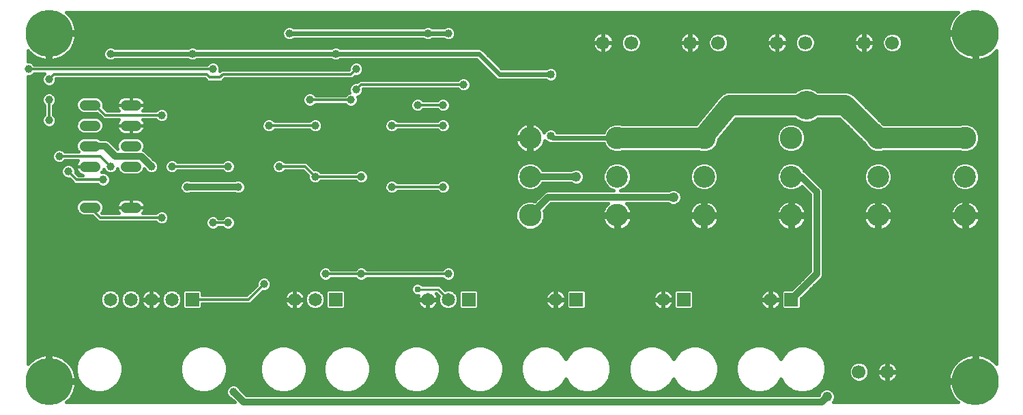
<source format=gbl>
G75*
%MOIN*%
%OFA0B0*%
%FSLAX24Y24*%
%IPPOS*%
%LPD*%
%AMOC8*
5,1,8,0,0,1.08239X$1,22.5*
%
%ADD10R,0.0650X0.0650*%
%ADD11C,0.0650*%
%ADD12C,0.0515*%
%ADD13C,0.0669*%
%ADD14C,0.2300*%
%ADD15C,0.1063*%
%ADD16C,0.1095*%
%ADD17C,0.0160*%
%ADD18C,0.0396*%
%ADD19C,0.0240*%
%ADD20C,0.0120*%
%ADD21C,0.0400*%
%ADD22C,0.1000*%
%ADD23C,0.1400*%
%ADD24C,0.0320*%
%ADD25C,0.0480*%
%ADD26C,0.0100*%
%ADD27C,0.0310*%
D10*
X008800Y005800D03*
X015800Y005800D03*
X022300Y005800D03*
X027550Y005800D03*
X032800Y005800D03*
X038050Y005800D03*
D11*
X037050Y005800D03*
X031800Y005800D03*
X026550Y005800D03*
X021300Y005800D03*
X020300Y005800D03*
X014800Y005800D03*
X013800Y005800D03*
X007800Y005800D03*
X006800Y005800D03*
X005800Y005800D03*
X004800Y005800D03*
D12*
X004057Y010300D02*
X003543Y010300D01*
X005543Y010300D02*
X006057Y010300D01*
X006057Y012300D02*
X005543Y012300D01*
X004057Y012300D02*
X003543Y012300D01*
X003543Y013300D02*
X004057Y013300D01*
X005543Y013300D02*
X006057Y013300D01*
X006057Y014300D02*
X005543Y014300D01*
X004057Y014300D02*
X003543Y014300D01*
X003543Y015300D02*
X004057Y015300D01*
X005543Y015300D02*
X006057Y015300D01*
D13*
X028861Y018339D03*
X030239Y018339D03*
X033111Y018339D03*
X034489Y018339D03*
X037361Y018339D03*
X038739Y018339D03*
X041611Y018339D03*
X042989Y018339D03*
X042739Y002261D03*
X041361Y002261D03*
D14*
X047050Y001800D03*
X047050Y018800D03*
X001800Y018800D03*
X001800Y001800D03*
D15*
X025300Y011800D03*
X029550Y011800D03*
X033800Y011800D03*
X038050Y011800D03*
X042300Y011800D03*
X046550Y011800D03*
D16*
X046550Y009910D03*
X042300Y009910D03*
X038050Y009910D03*
X033800Y009910D03*
X029550Y009910D03*
X025300Y009910D03*
X025300Y013690D03*
X029550Y013690D03*
X033800Y013690D03*
X038050Y013690D03*
X042300Y013690D03*
X046550Y013690D03*
D17*
X002694Y000813D02*
X002654Y000780D01*
X010867Y000780D01*
X010689Y000958D01*
X010597Y000996D01*
X010496Y001097D01*
X010442Y001229D01*
X010442Y001371D01*
X010496Y001503D01*
X010597Y001604D01*
X010729Y001658D01*
X010871Y001658D01*
X011003Y001604D01*
X011104Y001503D01*
X011142Y001411D01*
X011433Y001120D01*
X039400Y001120D01*
X039400Y001130D01*
X039461Y001277D01*
X039573Y001389D01*
X039720Y001450D01*
X039880Y001450D01*
X040027Y001389D01*
X040139Y001277D01*
X040200Y001130D01*
X040200Y000970D01*
X040139Y000823D01*
X040096Y000780D01*
X046196Y000780D01*
X046156Y000813D01*
X046063Y000906D01*
X045980Y001007D01*
X045908Y001115D01*
X045846Y001231D01*
X045796Y001351D01*
X045758Y001476D01*
X045733Y001605D01*
X045721Y001720D01*
X046970Y001720D01*
X046970Y001880D01*
X046970Y003129D01*
X046855Y003117D01*
X046726Y003092D01*
X046601Y003054D01*
X046481Y003004D01*
X046365Y002942D01*
X046257Y002870D01*
X046156Y002787D01*
X046063Y002694D01*
X045980Y002593D01*
X045908Y002485D01*
X045846Y002369D01*
X045796Y002249D01*
X045758Y002124D01*
X045733Y001995D01*
X045721Y001880D01*
X046970Y001880D01*
X047130Y001880D01*
X047130Y003129D01*
X047245Y003117D01*
X047374Y003092D01*
X047499Y003054D01*
X047619Y003004D01*
X047735Y002942D01*
X047843Y002870D01*
X047944Y002787D01*
X048037Y002694D01*
X048070Y002654D01*
X048070Y017946D01*
X048037Y017906D01*
X047944Y017813D01*
X047843Y017730D01*
X047735Y017658D01*
X047619Y017596D01*
X047499Y017546D01*
X047374Y017508D01*
X047245Y017483D01*
X047130Y017471D01*
X047130Y018720D01*
X046970Y018720D01*
X046970Y017471D01*
X046855Y017483D01*
X046726Y017508D01*
X046601Y017546D01*
X046481Y017596D01*
X046365Y017658D01*
X046257Y017730D01*
X046156Y017813D01*
X046063Y017906D01*
X045980Y018007D01*
X045908Y018115D01*
X045846Y018231D01*
X045796Y018351D01*
X045758Y018476D01*
X045733Y018605D01*
X045721Y018720D01*
X046970Y018720D01*
X046970Y018880D01*
X045721Y018880D01*
X045733Y018995D01*
X045758Y019124D01*
X045796Y019249D01*
X045846Y019369D01*
X045908Y019485D01*
X045980Y019593D01*
X046063Y019694D01*
X046156Y019787D01*
X046196Y019820D01*
X002654Y019820D01*
X002694Y019787D01*
X002787Y019694D01*
X002870Y019593D01*
X002942Y019485D01*
X003004Y019369D01*
X003054Y019249D01*
X003092Y019124D01*
X003117Y018995D01*
X003129Y018880D01*
X001880Y018880D01*
X001880Y018720D01*
X003129Y018720D01*
X003117Y018605D01*
X003092Y018476D01*
X003054Y018351D01*
X003004Y018231D01*
X002942Y018115D01*
X002870Y018007D01*
X002787Y017906D01*
X002694Y017813D01*
X002593Y017730D01*
X002485Y017658D01*
X002369Y017596D01*
X002249Y017546D01*
X002124Y017508D01*
X001995Y017483D01*
X001880Y017471D01*
X001880Y018720D01*
X001720Y018720D01*
X001720Y017471D01*
X001605Y017483D01*
X001476Y017508D01*
X001351Y017546D01*
X001231Y017596D01*
X001115Y017658D01*
X001007Y017730D01*
X000906Y017813D01*
X000813Y017906D01*
X000780Y017946D01*
X000780Y017408D01*
X000871Y017408D01*
X001003Y017354D01*
X001086Y017270D01*
X009514Y017270D01*
X009597Y017354D01*
X009729Y017408D01*
X009871Y017408D01*
X010003Y017354D01*
X010104Y017253D01*
X010158Y017121D01*
X010158Y016979D01*
X010151Y016962D01*
X010209Y017020D01*
X016442Y017020D01*
X016442Y017121D01*
X016496Y017253D01*
X016597Y017354D01*
X016729Y017408D01*
X016871Y017408D01*
X017003Y017354D01*
X017104Y017253D01*
X017158Y017121D01*
X017158Y016979D01*
X017104Y016847D01*
X017003Y016746D01*
X016871Y016692D01*
X016753Y016692D01*
X016641Y016580D01*
X010391Y016580D01*
X010241Y016430D01*
X009559Y016430D01*
X009430Y016559D01*
X009409Y016580D01*
X002158Y016580D01*
X002158Y016479D01*
X002104Y016347D01*
X002003Y016246D01*
X001871Y016192D01*
X001729Y016192D01*
X001597Y016246D01*
X001496Y016347D01*
X001442Y016479D01*
X001442Y016621D01*
X001496Y016753D01*
X001574Y016830D01*
X001086Y016830D01*
X001003Y016746D01*
X000871Y016692D01*
X000780Y016692D01*
X000780Y002654D01*
X000813Y002694D01*
X000906Y002787D01*
X001007Y002870D01*
X001115Y002942D01*
X001231Y003004D01*
X001351Y003054D01*
X001476Y003092D01*
X001605Y003117D01*
X001720Y003129D01*
X001720Y001880D01*
X001880Y001880D01*
X001880Y003129D01*
X001995Y003117D01*
X002124Y003092D01*
X002249Y003054D01*
X002369Y003004D01*
X002485Y002942D01*
X002593Y002870D01*
X002694Y002787D01*
X002787Y002694D01*
X002870Y002593D01*
X002942Y002485D01*
X003004Y002369D01*
X003054Y002249D01*
X003092Y002124D01*
X003117Y001995D01*
X003129Y001880D01*
X001880Y001880D01*
X001880Y001720D01*
X003129Y001720D01*
X003117Y001605D01*
X003092Y001476D01*
X003054Y001351D01*
X003004Y001231D01*
X002942Y001115D01*
X002870Y001007D01*
X002787Y000906D01*
X002694Y000813D01*
X002810Y000934D02*
X010713Y000934D01*
X010501Y001093D02*
X002927Y001093D01*
X003012Y001251D02*
X004095Y001251D01*
X004099Y001250D02*
X004401Y001250D01*
X004694Y001328D01*
X004956Y001480D01*
X005170Y001694D01*
X005322Y001956D01*
X005400Y002249D01*
X005400Y002551D01*
X005322Y002844D01*
X005170Y003106D01*
X004956Y003320D01*
X004694Y003472D01*
X004401Y003550D01*
X004099Y003550D01*
X003806Y003472D01*
X003544Y003320D01*
X003330Y003106D01*
X003178Y002844D01*
X003100Y002551D01*
X003100Y002249D01*
X003178Y001956D01*
X003330Y001694D01*
X003544Y001480D01*
X003806Y001328D01*
X004099Y001250D01*
X004405Y001251D02*
X009195Y001251D01*
X009199Y001250D02*
X009501Y001250D01*
X009794Y001328D01*
X010056Y001480D01*
X010270Y001694D01*
X010422Y001956D01*
X010500Y002249D01*
X010500Y002551D01*
X010422Y002844D01*
X010270Y003106D01*
X010056Y003320D01*
X009794Y003472D01*
X009501Y003550D01*
X009199Y003550D01*
X008906Y003472D01*
X008644Y003320D01*
X008430Y003106D01*
X008278Y002844D01*
X008200Y002551D01*
X008200Y002249D01*
X008278Y001956D01*
X008430Y001694D01*
X008644Y001480D01*
X008906Y001328D01*
X009199Y001250D01*
X009505Y001251D02*
X010442Y001251D01*
X010458Y001410D02*
X009934Y001410D01*
X010144Y001568D02*
X010562Y001568D01*
X010289Y001727D02*
X012311Y001727D01*
X012330Y001694D02*
X012544Y001480D01*
X012806Y001328D01*
X013099Y001250D01*
X013401Y001250D01*
X013694Y001328D01*
X013956Y001480D01*
X014170Y001694D01*
X014322Y001956D01*
X014400Y002249D01*
X014400Y002551D01*
X014322Y002844D01*
X014170Y003106D01*
X013956Y003320D01*
X013694Y003472D01*
X013401Y003550D01*
X013099Y003550D01*
X012806Y003472D01*
X012544Y003320D01*
X012330Y003106D01*
X012178Y002844D01*
X012100Y002551D01*
X012100Y002249D01*
X012178Y001956D01*
X012330Y001694D01*
X012456Y001568D02*
X011038Y001568D01*
X011143Y001410D02*
X012666Y001410D01*
X013095Y001251D02*
X011302Y001251D01*
X012219Y001885D02*
X010381Y001885D01*
X010445Y002044D02*
X012155Y002044D01*
X012112Y002202D02*
X010488Y002202D01*
X010500Y002361D02*
X012100Y002361D01*
X012100Y002519D02*
X010500Y002519D01*
X010466Y002678D02*
X012134Y002678D01*
X012176Y002836D02*
X010424Y002836D01*
X010335Y002995D02*
X012265Y002995D01*
X012377Y003153D02*
X010223Y003153D01*
X010065Y003312D02*
X012535Y003312D01*
X012803Y003470D02*
X009797Y003470D01*
X008903Y003470D02*
X004697Y003470D01*
X004965Y003312D02*
X008635Y003312D01*
X008477Y003153D02*
X005123Y003153D01*
X005235Y002995D02*
X008365Y002995D01*
X008276Y002836D02*
X005324Y002836D01*
X005366Y002678D02*
X008234Y002678D01*
X008200Y002519D02*
X005400Y002519D01*
X005400Y002361D02*
X008200Y002361D01*
X008212Y002202D02*
X005388Y002202D01*
X005345Y002044D02*
X008255Y002044D01*
X008319Y001885D02*
X005281Y001885D01*
X005189Y001727D02*
X008411Y001727D01*
X008556Y001568D02*
X005044Y001568D01*
X004834Y001410D02*
X008766Y001410D01*
X013405Y001251D02*
X016195Y001251D01*
X016199Y001250D02*
X016501Y001250D01*
X016794Y001328D01*
X017056Y001480D01*
X017270Y001694D01*
X017422Y001956D01*
X017500Y002249D01*
X017500Y002551D01*
X017422Y002844D01*
X017270Y003106D01*
X017056Y003320D01*
X016794Y003472D01*
X016501Y003550D01*
X016199Y003550D01*
X015906Y003472D01*
X015644Y003320D01*
X015430Y003106D01*
X015278Y002844D01*
X015200Y002551D01*
X015200Y002249D01*
X015278Y001956D01*
X015430Y001694D01*
X015644Y001480D01*
X015906Y001328D01*
X016199Y001250D01*
X016505Y001251D02*
X019595Y001251D01*
X019599Y001250D02*
X019901Y001250D01*
X020194Y001328D01*
X020456Y001480D01*
X020670Y001694D01*
X020822Y001956D01*
X020900Y002249D01*
X020900Y002551D01*
X020822Y002844D01*
X020670Y003106D01*
X020456Y003320D01*
X020194Y003472D01*
X019901Y003550D01*
X019599Y003550D01*
X019306Y003472D01*
X019044Y003320D01*
X018830Y003106D01*
X018678Y002844D01*
X018600Y002551D01*
X018600Y002249D01*
X018678Y001956D01*
X018830Y001694D01*
X019044Y001480D01*
X019306Y001328D01*
X019599Y001250D01*
X019905Y001251D02*
X022695Y001251D01*
X022699Y001250D02*
X023001Y001250D01*
X023294Y001328D01*
X023556Y001480D01*
X023770Y001694D01*
X023922Y001956D01*
X024000Y002249D01*
X024000Y002551D01*
X023922Y002844D01*
X023770Y003106D01*
X023556Y003320D01*
X023294Y003472D01*
X023001Y003550D01*
X022699Y003550D01*
X022406Y003472D01*
X022144Y003320D01*
X021930Y003106D01*
X021778Y002844D01*
X021700Y002551D01*
X021700Y002249D01*
X021778Y001956D01*
X021930Y001694D01*
X022144Y001480D01*
X022406Y001328D01*
X022699Y001250D01*
X023005Y001251D02*
X025845Y001251D01*
X025849Y001250D02*
X026151Y001250D01*
X026444Y001328D01*
X026706Y001480D01*
X026920Y001694D01*
X027050Y001919D01*
X027180Y001694D01*
X027394Y001480D01*
X027656Y001328D01*
X027949Y001250D01*
X028251Y001250D01*
X028544Y001328D01*
X028806Y001480D01*
X029020Y001694D01*
X029172Y001956D01*
X029250Y002249D01*
X029250Y002551D01*
X029172Y002844D01*
X029020Y003106D01*
X028806Y003320D01*
X028544Y003472D01*
X028251Y003550D01*
X027949Y003550D01*
X027656Y003472D01*
X027394Y003320D01*
X027180Y003106D01*
X027050Y002881D01*
X026920Y003106D01*
X026706Y003320D01*
X026444Y003472D01*
X026151Y003550D01*
X025849Y003550D01*
X025556Y003472D01*
X025294Y003320D01*
X025080Y003106D01*
X024928Y002844D01*
X024850Y002551D01*
X024850Y002249D01*
X024928Y001956D01*
X025080Y001694D01*
X025294Y001480D01*
X025556Y001328D01*
X025849Y001250D01*
X026155Y001251D02*
X027945Y001251D01*
X028255Y001251D02*
X031095Y001251D01*
X031099Y001250D02*
X031401Y001250D01*
X031694Y001328D01*
X031956Y001480D01*
X032170Y001694D01*
X032300Y001919D01*
X032430Y001694D01*
X032644Y001480D01*
X032906Y001328D01*
X033199Y001250D01*
X033501Y001250D01*
X033794Y001328D01*
X034056Y001480D01*
X034270Y001694D01*
X034422Y001956D01*
X034500Y002249D01*
X034500Y002551D01*
X034422Y002844D01*
X034270Y003106D01*
X034056Y003320D01*
X033794Y003472D01*
X033501Y003550D01*
X033199Y003550D01*
X032906Y003472D01*
X032644Y003320D01*
X032430Y003106D01*
X032300Y002881D01*
X032170Y003106D01*
X031956Y003320D01*
X031694Y003472D01*
X031401Y003550D01*
X031099Y003550D01*
X030806Y003472D01*
X030544Y003320D01*
X030330Y003106D01*
X030178Y002844D01*
X030100Y002551D01*
X030100Y002249D01*
X030178Y001956D01*
X030330Y001694D01*
X030544Y001480D01*
X030806Y001328D01*
X031099Y001250D01*
X031405Y001251D02*
X033195Y001251D01*
X033505Y001251D02*
X036345Y001251D01*
X036349Y001250D02*
X036651Y001250D01*
X036944Y001328D01*
X037206Y001480D01*
X037420Y001694D01*
X037550Y001919D01*
X037680Y001694D01*
X037894Y001480D01*
X038156Y001328D01*
X038449Y001250D01*
X038751Y001250D01*
X039044Y001328D01*
X039306Y001480D01*
X039520Y001694D01*
X039672Y001956D01*
X039750Y002249D01*
X039750Y002551D01*
X039672Y002844D01*
X039520Y003106D01*
X039306Y003320D01*
X039044Y003472D01*
X038751Y003550D01*
X038449Y003550D01*
X038156Y003472D01*
X037894Y003320D01*
X037680Y003106D01*
X037550Y002881D01*
X037420Y003106D01*
X037206Y003320D01*
X036944Y003472D01*
X036651Y003550D01*
X036349Y003550D01*
X036056Y003472D01*
X035794Y003320D01*
X035580Y003106D01*
X035428Y002844D01*
X035350Y002551D01*
X035350Y002249D01*
X035428Y001956D01*
X035580Y001694D01*
X035794Y001480D01*
X036056Y001328D01*
X036349Y001250D01*
X036655Y001251D02*
X038445Y001251D01*
X038755Y001251D02*
X039450Y001251D01*
X039623Y001410D02*
X039184Y001410D01*
X039394Y001568D02*
X045740Y001568D01*
X045779Y001410D02*
X039977Y001410D01*
X040150Y001251D02*
X045838Y001251D01*
X045923Y001093D02*
X040200Y001093D01*
X040185Y000934D02*
X046040Y000934D01*
X046970Y001727D02*
X039539Y001727D01*
X039631Y001885D02*
X041037Y001885D01*
X041081Y001841D02*
X041263Y001766D01*
X041459Y001766D01*
X041641Y001841D01*
X041780Y001980D01*
X041856Y002162D01*
X041856Y002359D01*
X041780Y002541D01*
X041641Y002680D01*
X041459Y002755D01*
X041263Y002755D01*
X041081Y002680D01*
X040942Y002541D01*
X040866Y002359D01*
X040866Y002162D01*
X040942Y001980D01*
X041081Y001841D01*
X040916Y002044D02*
X039695Y002044D01*
X039738Y002202D02*
X040866Y002202D01*
X040867Y002361D02*
X039750Y002361D01*
X039750Y002519D02*
X040933Y002519D01*
X041078Y002678D02*
X039716Y002678D01*
X039674Y002836D02*
X046216Y002836D01*
X046050Y002678D02*
X043041Y002678D01*
X043009Y002701D02*
X042937Y002738D01*
X042859Y002763D01*
X042779Y002775D01*
X042767Y002775D01*
X042767Y002289D01*
X042711Y002289D01*
X042711Y002775D01*
X042698Y002775D01*
X042618Y002763D01*
X042541Y002738D01*
X042469Y002701D01*
X042404Y002653D01*
X042346Y002596D01*
X042299Y002530D01*
X042262Y002458D01*
X042237Y002381D01*
X042224Y002301D01*
X042224Y002289D01*
X042711Y002289D01*
X042711Y002232D01*
X042767Y002232D01*
X042767Y001746D01*
X042779Y001746D01*
X042859Y001759D01*
X042937Y001784D01*
X043009Y001820D01*
X043074Y001868D01*
X043132Y001925D01*
X043179Y001991D01*
X043216Y002063D01*
X043241Y002140D01*
X043254Y002220D01*
X043254Y002232D01*
X042767Y002232D01*
X042767Y002289D01*
X043254Y002289D01*
X043254Y002301D01*
X043241Y002381D01*
X043216Y002458D01*
X043179Y002530D01*
X043132Y002596D01*
X043074Y002653D01*
X043009Y002701D01*
X042767Y002678D02*
X042711Y002678D01*
X042711Y002519D02*
X042767Y002519D01*
X042767Y002361D02*
X042711Y002361D01*
X042711Y002232D02*
X042224Y002232D01*
X042224Y002220D01*
X042237Y002140D01*
X042262Y002063D01*
X042299Y001991D01*
X042346Y001925D01*
X042404Y001868D01*
X042469Y001820D01*
X042541Y001784D01*
X042618Y001759D01*
X042698Y001746D01*
X042711Y001746D01*
X042711Y002232D01*
X042711Y002202D02*
X042767Y002202D01*
X042767Y002044D02*
X042711Y002044D01*
X042711Y001885D02*
X042767Y001885D01*
X043091Y001885D02*
X045722Y001885D01*
X045742Y002044D02*
X043206Y002044D01*
X043251Y002202D02*
X045782Y002202D01*
X045843Y002361D02*
X043244Y002361D01*
X043185Y002519D02*
X045931Y002519D01*
X046463Y002995D02*
X039585Y002995D01*
X039473Y003153D02*
X048070Y003153D01*
X048070Y002995D02*
X047637Y002995D01*
X047884Y002836D02*
X048070Y002836D01*
X048070Y002678D02*
X048050Y002678D01*
X047130Y002678D02*
X046970Y002678D01*
X046970Y002836D02*
X047130Y002836D01*
X047130Y002995D02*
X046970Y002995D01*
X046970Y002519D02*
X047130Y002519D01*
X047130Y002361D02*
X046970Y002361D01*
X046970Y002202D02*
X047130Y002202D01*
X047130Y002044D02*
X046970Y002044D01*
X046970Y001885D02*
X047130Y001885D01*
X048070Y003312D02*
X039315Y003312D01*
X039047Y003470D02*
X048070Y003470D01*
X048070Y003629D02*
X000780Y003629D01*
X000780Y003787D02*
X048070Y003787D01*
X048070Y003946D02*
X000780Y003946D01*
X000780Y004104D02*
X048070Y004104D01*
X048070Y004263D02*
X000780Y004263D01*
X000780Y004421D02*
X048070Y004421D01*
X048070Y004580D02*
X000780Y004580D01*
X000780Y004738D02*
X048070Y004738D01*
X048070Y004897D02*
X000780Y004897D01*
X000780Y005055D02*
X048070Y005055D01*
X048070Y005214D02*
X000780Y005214D01*
X000780Y005372D02*
X004566Y005372D01*
X004525Y005389D02*
X004704Y005315D01*
X004896Y005315D01*
X005075Y005389D01*
X005211Y005525D01*
X005285Y005704D01*
X005285Y005896D01*
X005211Y006075D01*
X005075Y006211D01*
X004896Y006285D01*
X004704Y006285D01*
X004525Y006211D01*
X004389Y006075D01*
X004315Y005896D01*
X004315Y005704D01*
X004389Y005525D01*
X004525Y005389D01*
X004387Y005531D02*
X000780Y005531D01*
X000780Y005689D02*
X004321Y005689D01*
X004315Y005848D02*
X000780Y005848D01*
X000780Y006006D02*
X004361Y006006D01*
X004479Y006165D02*
X000780Y006165D01*
X000780Y006323D02*
X011762Y006323D01*
X011920Y006482D02*
X000780Y006482D01*
X000780Y006640D02*
X011950Y006640D01*
X011942Y006621D02*
X011942Y006503D01*
X011459Y006020D01*
X009285Y006020D01*
X009285Y006191D01*
X009191Y006285D01*
X008409Y006285D01*
X008315Y006191D01*
X008315Y005409D01*
X008409Y005315D01*
X009191Y005315D01*
X009285Y005409D01*
X009285Y005580D01*
X011641Y005580D01*
X012253Y006192D01*
X012371Y006192D01*
X012503Y006246D01*
X012604Y006347D01*
X012658Y006479D01*
X012658Y006621D01*
X012604Y006753D01*
X012503Y006854D01*
X012371Y006908D01*
X012229Y006908D01*
X012097Y006854D01*
X011996Y006753D01*
X011942Y006621D01*
X012042Y006799D02*
X000780Y006799D01*
X000780Y006957D02*
X014951Y006957D01*
X014942Y006979D02*
X014996Y006847D01*
X015097Y006746D01*
X015229Y006692D01*
X015371Y006692D01*
X015503Y006746D01*
X015586Y006830D01*
X016764Y006830D01*
X016847Y006746D01*
X016979Y006692D01*
X017121Y006692D01*
X017253Y006746D01*
X017336Y006830D01*
X021014Y006830D01*
X021097Y006746D01*
X021229Y006692D01*
X021371Y006692D01*
X021503Y006746D01*
X021604Y006847D01*
X021658Y006979D01*
X021658Y007121D01*
X021604Y007253D01*
X021503Y007354D01*
X021371Y007408D01*
X021229Y007408D01*
X021097Y007354D01*
X021014Y007270D01*
X017336Y007270D01*
X017253Y007354D01*
X017121Y007408D01*
X016979Y007408D01*
X016847Y007354D01*
X016764Y007270D01*
X015586Y007270D01*
X015503Y007354D01*
X015371Y007408D01*
X015229Y007408D01*
X015097Y007354D01*
X014996Y007253D01*
X014942Y007121D01*
X014942Y006979D01*
X014942Y007116D02*
X000780Y007116D01*
X000780Y007274D02*
X015018Y007274D01*
X015582Y007274D02*
X016768Y007274D01*
X016795Y006799D02*
X015555Y006799D01*
X015045Y006799D02*
X012558Y006799D01*
X012650Y006640D02*
X038437Y006640D01*
X038279Y006482D02*
X020915Y006482D01*
X020887Y006510D02*
X020035Y006510D01*
X019978Y006567D01*
X019863Y006615D01*
X019737Y006615D01*
X019622Y006567D01*
X019533Y006478D01*
X019485Y006363D01*
X019485Y006237D01*
X019533Y006122D01*
X019622Y006033D01*
X019737Y005985D01*
X019829Y005985D01*
X019808Y005918D01*
X019795Y005840D01*
X019795Y005828D01*
X020272Y005828D01*
X020272Y005772D01*
X020328Y005772D01*
X020328Y005828D01*
X020805Y005828D01*
X020805Y005840D01*
X020792Y005918D01*
X020768Y005994D01*
X020732Y006065D01*
X020714Y006089D01*
X020842Y005961D01*
X020815Y005896D01*
X020815Y005704D01*
X020889Y005525D01*
X021025Y005389D01*
X021204Y005315D01*
X021396Y005315D01*
X021575Y005389D01*
X021711Y005525D01*
X021785Y005704D01*
X021785Y005896D01*
X021711Y006075D01*
X021575Y006211D01*
X021396Y006285D01*
X021204Y006285D01*
X021139Y006258D01*
X021010Y006387D01*
X020887Y006510D01*
X021074Y006323D02*
X038120Y006323D01*
X038082Y006285D02*
X037659Y006285D01*
X037565Y006191D01*
X037565Y005409D01*
X037659Y005315D01*
X038441Y005315D01*
X038535Y005409D01*
X038535Y005832D01*
X039571Y006869D01*
X039620Y006986D01*
X039620Y011114D01*
X039571Y011231D01*
X039481Y011321D01*
X038731Y012071D01*
X038677Y012094D01*
X038636Y012192D01*
X038442Y012386D01*
X038188Y012491D01*
X037912Y012491D01*
X037658Y012386D01*
X037464Y012192D01*
X037359Y011938D01*
X037359Y011662D01*
X037464Y011408D01*
X037658Y011214D01*
X037912Y011109D01*
X038188Y011109D01*
X038442Y011214D01*
X038563Y011335D01*
X038980Y010917D01*
X038980Y007183D01*
X038082Y006285D01*
X037565Y006165D02*
X037399Y006165D01*
X037379Y006185D02*
X037435Y006129D01*
X037482Y006065D01*
X037518Y005994D01*
X037542Y005918D01*
X037555Y005840D01*
X037555Y005828D01*
X037078Y005828D01*
X037078Y005772D01*
X037555Y005772D01*
X037555Y005760D01*
X037542Y005682D01*
X037518Y005606D01*
X037482Y005535D01*
X037435Y005471D01*
X037379Y005415D01*
X037315Y005368D01*
X037244Y005332D01*
X037168Y005308D01*
X037090Y005295D01*
X037078Y005295D01*
X037078Y005772D01*
X037022Y005772D01*
X037022Y005295D01*
X037010Y005295D01*
X036932Y005308D01*
X036856Y005332D01*
X036785Y005368D01*
X036721Y005415D01*
X036665Y005471D01*
X036618Y005535D01*
X036582Y005606D01*
X036558Y005682D01*
X036545Y005760D01*
X036545Y005772D01*
X037022Y005772D01*
X037022Y005828D01*
X036545Y005828D01*
X036545Y005840D01*
X036558Y005918D01*
X036582Y005994D01*
X036618Y006065D01*
X036665Y006129D01*
X036721Y006185D01*
X036785Y006232D01*
X036856Y006268D01*
X036932Y006292D01*
X037010Y006305D01*
X037022Y006305D01*
X037022Y005828D01*
X037078Y005828D01*
X037078Y006305D01*
X037090Y006305D01*
X037168Y006292D01*
X037244Y006268D01*
X037315Y006232D01*
X037379Y006185D01*
X037512Y006006D02*
X037565Y006006D01*
X037554Y005848D02*
X037565Y005848D01*
X037565Y005689D02*
X037544Y005689D01*
X037565Y005531D02*
X037478Y005531D01*
X037602Y005372D02*
X037320Y005372D01*
X037078Y005372D02*
X037022Y005372D01*
X037022Y005531D02*
X037078Y005531D01*
X037078Y005689D02*
X037022Y005689D01*
X037022Y005848D02*
X037078Y005848D01*
X037078Y006006D02*
X037022Y006006D01*
X037022Y006165D02*
X037078Y006165D01*
X036701Y006165D02*
X033285Y006165D01*
X033285Y006191D02*
X033191Y006285D01*
X032409Y006285D01*
X032315Y006191D01*
X032315Y005409D01*
X032409Y005315D01*
X033191Y005315D01*
X033285Y005409D01*
X033285Y006191D01*
X033285Y006006D02*
X036588Y006006D01*
X036546Y005848D02*
X033285Y005848D01*
X033285Y005689D02*
X036556Y005689D01*
X036622Y005531D02*
X033285Y005531D01*
X033248Y005372D02*
X036780Y005372D01*
X038498Y005372D02*
X048070Y005372D01*
X048070Y005531D02*
X038535Y005531D01*
X038535Y005689D02*
X048070Y005689D01*
X048070Y005848D02*
X038550Y005848D01*
X038709Y006006D02*
X048070Y006006D01*
X048070Y006165D02*
X038867Y006165D01*
X039026Y006323D02*
X048070Y006323D01*
X048070Y006482D02*
X039184Y006482D01*
X039343Y006640D02*
X048070Y006640D01*
X048070Y006799D02*
X039501Y006799D01*
X039608Y006957D02*
X048070Y006957D01*
X048070Y007116D02*
X039620Y007116D01*
X039620Y007274D02*
X048070Y007274D01*
X048070Y007433D02*
X039620Y007433D01*
X039620Y007591D02*
X048070Y007591D01*
X048070Y007750D02*
X039620Y007750D01*
X039620Y007908D02*
X048070Y007908D01*
X048070Y008067D02*
X039620Y008067D01*
X039620Y008225D02*
X048070Y008225D01*
X048070Y008384D02*
X039620Y008384D01*
X039620Y008542D02*
X048070Y008542D01*
X048070Y008701D02*
X039620Y008701D01*
X039620Y008859D02*
X048070Y008859D01*
X048070Y009018D02*
X039620Y009018D01*
X039620Y009176D02*
X048070Y009176D01*
X048070Y009335D02*
X046995Y009335D01*
X047031Y009362D02*
X047098Y009429D01*
X047156Y009505D01*
X047204Y009588D01*
X047240Y009676D01*
X047265Y009768D01*
X047273Y009830D01*
X046630Y009830D01*
X046630Y009990D01*
X046470Y009990D01*
X046470Y010633D01*
X046408Y010625D01*
X046316Y010600D01*
X046228Y010564D01*
X046145Y010516D01*
X046069Y010458D01*
X046002Y010391D01*
X045944Y010315D01*
X045896Y010232D01*
X045860Y010144D01*
X045835Y010052D01*
X045827Y009990D01*
X046470Y009990D01*
X046470Y009830D01*
X045827Y009830D01*
X045835Y009768D01*
X045860Y009676D01*
X045896Y009588D01*
X045944Y009505D01*
X046002Y009429D01*
X046069Y009362D01*
X046145Y009304D01*
X046228Y009256D01*
X046316Y009220D01*
X046408Y009195D01*
X046470Y009187D01*
X046470Y009830D01*
X046630Y009830D01*
X046630Y009187D01*
X046692Y009195D01*
X046784Y009220D01*
X046872Y009256D01*
X046955Y009304D01*
X047031Y009362D01*
X047147Y009493D02*
X048070Y009493D01*
X048070Y009652D02*
X047230Y009652D01*
X047271Y009810D02*
X048070Y009810D01*
X048070Y009969D02*
X046630Y009969D01*
X046630Y009990D02*
X047273Y009990D01*
X047265Y010052D01*
X047240Y010144D01*
X047204Y010232D01*
X047156Y010315D01*
X047098Y010391D01*
X047031Y010458D01*
X046955Y010516D01*
X046872Y010564D01*
X046784Y010600D01*
X046692Y010625D01*
X046630Y010633D01*
X046630Y009990D01*
X046630Y010127D02*
X046470Y010127D01*
X046470Y009969D02*
X042380Y009969D01*
X042380Y009990D02*
X043023Y009990D01*
X043015Y010052D01*
X042990Y010144D01*
X042954Y010232D01*
X042906Y010315D01*
X042848Y010391D01*
X042781Y010458D01*
X042705Y010516D01*
X042622Y010564D01*
X042534Y010600D01*
X042442Y010625D01*
X042380Y010633D01*
X042380Y009990D01*
X042220Y009990D01*
X042220Y010633D01*
X042158Y010625D01*
X042066Y010600D01*
X041978Y010564D01*
X041895Y010516D01*
X041819Y010458D01*
X041752Y010391D01*
X041694Y010315D01*
X041646Y010232D01*
X041610Y010144D01*
X041585Y010052D01*
X041577Y009990D01*
X042220Y009990D01*
X042220Y009830D01*
X041577Y009830D01*
X041585Y009768D01*
X041610Y009676D01*
X041646Y009588D01*
X041694Y009505D01*
X041752Y009429D01*
X041819Y009362D01*
X041895Y009304D01*
X041978Y009256D01*
X042066Y009220D01*
X042158Y009195D01*
X042220Y009187D01*
X042220Y009830D01*
X042380Y009830D01*
X042380Y009990D01*
X042380Y010127D02*
X042220Y010127D01*
X042220Y009969D02*
X039620Y009969D01*
X039620Y010127D02*
X041605Y010127D01*
X041677Y010286D02*
X039620Y010286D01*
X039620Y010444D02*
X041805Y010444D01*
X042074Y010603D02*
X039620Y010603D01*
X039620Y010761D02*
X048070Y010761D01*
X048070Y010603D02*
X046776Y010603D01*
X046630Y010603D02*
X046470Y010603D01*
X046324Y010603D02*
X042526Y010603D01*
X042380Y010603D02*
X042220Y010603D01*
X042220Y010444D02*
X042380Y010444D01*
X042380Y010286D02*
X042220Y010286D01*
X042795Y010444D02*
X046055Y010444D01*
X045927Y010286D02*
X042923Y010286D01*
X042995Y010127D02*
X045855Y010127D01*
X045829Y009810D02*
X043021Y009810D01*
X043023Y009830D02*
X042380Y009830D01*
X042380Y009187D01*
X042442Y009195D01*
X042534Y009220D01*
X042622Y009256D01*
X042705Y009304D01*
X042781Y009362D01*
X042848Y009429D01*
X042906Y009505D01*
X042954Y009588D01*
X042990Y009676D01*
X043015Y009768D01*
X043023Y009830D01*
X042980Y009652D02*
X045870Y009652D01*
X045953Y009493D02*
X042897Y009493D01*
X042745Y009335D02*
X046105Y009335D01*
X046470Y009335D02*
X046630Y009335D01*
X046630Y009493D02*
X046470Y009493D01*
X046470Y009652D02*
X046630Y009652D01*
X046630Y009810D02*
X046470Y009810D01*
X046470Y010286D02*
X046630Y010286D01*
X046630Y010444D02*
X046470Y010444D01*
X047045Y010444D02*
X048070Y010444D01*
X048070Y010286D02*
X047173Y010286D01*
X047245Y010127D02*
X048070Y010127D01*
X048070Y010920D02*
X039620Y010920D01*
X039620Y011078D02*
X048070Y011078D01*
X048070Y011237D02*
X046964Y011237D01*
X046942Y011214D02*
X047136Y011408D01*
X047241Y011662D01*
X047241Y011938D01*
X047136Y012192D01*
X046942Y012386D01*
X046688Y012491D01*
X046412Y012491D01*
X046158Y012386D01*
X045964Y012192D01*
X045859Y011938D01*
X045859Y011662D01*
X045964Y011408D01*
X046158Y011214D01*
X046412Y011109D01*
X046688Y011109D01*
X046942Y011214D01*
X047123Y011395D02*
X048070Y011395D01*
X048070Y011554D02*
X047196Y011554D01*
X047241Y011712D02*
X048070Y011712D01*
X048070Y011871D02*
X047241Y011871D01*
X047204Y012029D02*
X048070Y012029D01*
X048070Y012188D02*
X047138Y012188D01*
X046982Y012346D02*
X048070Y012346D01*
X048070Y012505D02*
X014407Y012505D01*
X014391Y012520D02*
X013336Y012520D01*
X013253Y012604D01*
X013121Y012658D01*
X012979Y012658D01*
X012847Y012604D01*
X012746Y012503D01*
X012692Y012371D01*
X012692Y012229D01*
X012746Y012097D01*
X012847Y011996D01*
X012979Y011942D01*
X013121Y011942D01*
X013253Y011996D01*
X013336Y012080D01*
X014209Y012080D01*
X014442Y011847D01*
X014442Y011729D01*
X014496Y011597D01*
X014597Y011496D01*
X014729Y011442D01*
X014871Y011442D01*
X015003Y011496D01*
X015086Y011580D01*
X016764Y011580D01*
X016847Y011496D01*
X016979Y011442D01*
X017121Y011442D01*
X017253Y011496D01*
X017354Y011597D01*
X017408Y011729D01*
X017408Y011871D01*
X017354Y012003D01*
X017253Y012104D01*
X017121Y012158D01*
X016979Y012158D01*
X016847Y012104D01*
X016764Y012020D01*
X015086Y012020D01*
X015003Y012104D01*
X014871Y012158D01*
X014753Y012158D01*
X014391Y012520D01*
X014565Y012346D02*
X024868Y012346D01*
X024908Y012386D02*
X024714Y012192D01*
X024609Y011938D01*
X024609Y011662D01*
X024714Y011408D01*
X024908Y011214D01*
X025162Y011109D01*
X025438Y011109D01*
X025692Y011214D01*
X025886Y011408D01*
X025916Y011480D01*
X027304Y011480D01*
X027323Y011461D01*
X027470Y011400D01*
X027630Y011400D01*
X027777Y011461D01*
X027889Y011573D01*
X027950Y011720D01*
X027950Y011880D01*
X027889Y012027D01*
X027777Y012139D01*
X027630Y012200D01*
X027470Y012200D01*
X027323Y012139D01*
X027304Y012120D01*
X025916Y012120D01*
X025886Y012192D01*
X025692Y012386D01*
X025438Y012491D01*
X025162Y012491D01*
X024908Y012386D01*
X024712Y012188D02*
X014724Y012188D01*
X015077Y012029D02*
X016773Y012029D01*
X016790Y011554D02*
X015060Y011554D01*
X014540Y011554D02*
X011303Y011554D01*
X011253Y011604D02*
X011121Y011658D01*
X010979Y011658D01*
X010887Y011620D01*
X008713Y011620D01*
X008621Y011658D01*
X008479Y011658D01*
X008347Y011604D01*
X008246Y011503D01*
X008192Y011371D01*
X008192Y011229D01*
X008246Y011097D01*
X008347Y010996D01*
X008479Y010942D01*
X008621Y010942D01*
X008713Y010980D01*
X010887Y010980D01*
X010979Y010942D01*
X011121Y010942D01*
X011253Y010996D01*
X011354Y011097D01*
X011408Y011229D01*
X011408Y011371D01*
X011354Y011503D01*
X011253Y011604D01*
X011398Y011395D02*
X018202Y011395D01*
X018192Y011371D02*
X018192Y011229D01*
X018246Y011097D01*
X018347Y010996D01*
X018479Y010942D01*
X018621Y010942D01*
X018753Y010996D01*
X018836Y011080D01*
X020764Y011080D01*
X020847Y010996D01*
X020979Y010942D01*
X021121Y010942D01*
X021253Y010996D01*
X021354Y011097D01*
X021408Y011229D01*
X021408Y011371D01*
X021354Y011503D01*
X021253Y011604D01*
X021121Y011658D01*
X020979Y011658D01*
X020847Y011604D01*
X020764Y011520D01*
X018836Y011520D01*
X018753Y011604D01*
X018621Y011658D01*
X018479Y011658D01*
X018347Y011604D01*
X018246Y011503D01*
X018192Y011371D01*
X018192Y011237D02*
X011408Y011237D01*
X011334Y011078D02*
X018266Y011078D01*
X018834Y011078D02*
X020766Y011078D01*
X021334Y011078D02*
X026025Y011078D01*
X026009Y011071D02*
X025521Y010584D01*
X025441Y010617D01*
X025159Y010617D01*
X024899Y010510D01*
X024700Y010311D01*
X024593Y010051D01*
X024593Y009769D01*
X024700Y009509D01*
X024899Y009310D01*
X025159Y009203D01*
X025441Y009203D01*
X025701Y009310D01*
X025900Y009509D01*
X026007Y009769D01*
X026007Y010051D01*
X025974Y010131D01*
X026323Y010480D01*
X029098Y010480D01*
X029069Y010458D01*
X029002Y010391D01*
X028944Y010315D01*
X028896Y010232D01*
X028860Y010144D01*
X028835Y010052D01*
X028827Y009990D01*
X029470Y009990D01*
X029470Y009830D01*
X029630Y009830D01*
X029630Y009990D01*
X030273Y009990D01*
X030265Y010052D01*
X030240Y010144D01*
X030204Y010232D01*
X030156Y010315D01*
X030098Y010391D01*
X030031Y010458D01*
X030002Y010480D01*
X032054Y010480D01*
X032073Y010461D01*
X032220Y010400D01*
X032380Y010400D01*
X032527Y010461D01*
X032639Y010573D01*
X032700Y010720D01*
X032700Y010880D01*
X032639Y011027D01*
X032527Y011139D01*
X032380Y011200D01*
X032220Y011200D01*
X032073Y011139D01*
X032054Y011120D01*
X029715Y011120D01*
X029942Y011214D01*
X030136Y011408D01*
X030241Y011662D01*
X030241Y011938D01*
X030136Y012192D01*
X029942Y012386D01*
X029688Y012491D01*
X029412Y012491D01*
X029158Y012386D01*
X028964Y012192D01*
X028859Y011938D01*
X028859Y011662D01*
X028964Y011408D01*
X029158Y011214D01*
X029385Y011120D01*
X026126Y011120D01*
X026009Y011071D01*
X025857Y010920D02*
X000780Y010920D01*
X000780Y011078D02*
X008266Y011078D01*
X008192Y011237D02*
X000780Y011237D01*
X000780Y011395D02*
X004199Y011395D01*
X004164Y011430D02*
X004247Y011346D01*
X004379Y011292D01*
X004521Y011292D01*
X004653Y011346D01*
X004754Y011447D01*
X004808Y011579D01*
X004808Y011721D01*
X004754Y011853D01*
X004653Y011954D01*
X004521Y012008D01*
X004384Y012008D01*
X004391Y012015D01*
X004432Y012071D01*
X004463Y012132D01*
X004471Y012158D01*
X004496Y012097D01*
X004597Y011996D01*
X004729Y011942D01*
X004871Y011942D01*
X005003Y011996D01*
X005104Y012097D01*
X005139Y012183D01*
X005189Y012064D01*
X005306Y011946D01*
X005459Y011883D01*
X006141Y011883D01*
X006294Y011946D01*
X006411Y012064D01*
X006461Y012183D01*
X006496Y012097D01*
X006597Y011996D01*
X006729Y011942D01*
X006871Y011942D01*
X007003Y011996D01*
X007104Y012097D01*
X007158Y012229D01*
X007158Y012371D01*
X007104Y012503D01*
X007003Y012604D01*
X006911Y012642D01*
X006481Y013071D01*
X006424Y013095D01*
X006475Y013217D01*
X006475Y013383D01*
X006411Y013536D01*
X006294Y013654D01*
X006141Y013717D01*
X005459Y013717D01*
X005306Y013654D01*
X005189Y013536D01*
X005125Y013383D01*
X005125Y013217D01*
X005153Y013150D01*
X004731Y013571D01*
X004614Y013620D01*
X004328Y013620D01*
X004294Y013654D01*
X004141Y013717D01*
X003459Y013717D01*
X003306Y013654D01*
X003189Y013536D01*
X003125Y013383D01*
X003125Y013217D01*
X003189Y013064D01*
X003232Y013020D01*
X002586Y013020D01*
X002503Y013104D01*
X002371Y013158D01*
X002229Y013158D01*
X002097Y013104D01*
X001996Y013003D01*
X001942Y012871D01*
X001942Y012729D01*
X001996Y012597D01*
X002097Y012496D01*
X002229Y012442D01*
X002371Y012442D01*
X002503Y012496D01*
X002586Y012580D01*
X003205Y012580D01*
X003168Y012529D01*
X003137Y012468D01*
X003116Y012402D01*
X003105Y012334D01*
X003105Y012300D01*
X003800Y012300D01*
X003800Y012300D01*
X003105Y012300D01*
X003105Y012266D01*
X003116Y012198D01*
X003137Y012132D01*
X003168Y012071D01*
X003209Y012015D01*
X003258Y011966D01*
X003313Y011926D01*
X003375Y011895D01*
X003440Y011873D01*
X003461Y011870D01*
X003241Y011870D01*
X003108Y012003D01*
X003108Y012121D01*
X003054Y012253D01*
X002953Y012354D01*
X002821Y012408D01*
X002679Y012408D01*
X002547Y012354D01*
X002446Y012253D01*
X002392Y012121D01*
X002392Y011979D01*
X002446Y011847D01*
X002547Y011746D01*
X002679Y011692D01*
X002797Y011692D01*
X003059Y011430D01*
X004164Y011430D01*
X004701Y011395D02*
X008202Y011395D01*
X008297Y011554D02*
X004798Y011554D01*
X004808Y011712D02*
X014449Y011712D01*
X014418Y011871D02*
X004736Y011871D01*
X004565Y012029D02*
X004401Y012029D01*
X003458Y011871D02*
X003241Y011871D01*
X003199Y012029D02*
X003108Y012029D01*
X003119Y012188D02*
X003081Y012188D01*
X003107Y012346D02*
X002960Y012346D01*
X003156Y012505D02*
X002511Y012505D01*
X002540Y012346D02*
X000780Y012346D01*
X000780Y012188D02*
X002419Y012188D01*
X002392Y012029D02*
X000780Y012029D01*
X000780Y011871D02*
X002437Y011871D01*
X002630Y011712D02*
X000780Y011712D01*
X000780Y011554D02*
X002935Y011554D01*
X003306Y010654D02*
X003459Y010717D01*
X004141Y010717D01*
X004294Y010654D01*
X004411Y010536D01*
X004475Y010383D01*
X004475Y010217D01*
X004411Y010064D01*
X004380Y010032D01*
X004391Y010020D01*
X005205Y010020D01*
X005168Y010071D01*
X005137Y010132D01*
X005116Y010198D01*
X005105Y010266D01*
X005105Y010300D01*
X005800Y010300D01*
X005800Y010300D01*
X005800Y010737D01*
X005508Y010737D01*
X005440Y010727D01*
X005375Y010705D01*
X005313Y010674D01*
X005258Y010634D01*
X005209Y010585D01*
X005168Y010529D01*
X005137Y010468D01*
X005116Y010402D01*
X005105Y010334D01*
X005105Y010300D01*
X005800Y010300D01*
X006495Y010300D01*
X006495Y010334D01*
X006484Y010402D01*
X006463Y010468D01*
X006432Y010529D01*
X006391Y010585D01*
X006342Y010634D01*
X006287Y010674D01*
X006225Y010705D01*
X006160Y010727D01*
X006092Y010737D01*
X005800Y010737D01*
X005800Y010300D01*
X005800Y010300D01*
X005800Y010300D01*
X006495Y010300D01*
X006495Y010266D01*
X006484Y010198D01*
X006463Y010132D01*
X006432Y010071D01*
X006395Y010020D01*
X007014Y010020D01*
X007097Y010104D01*
X007229Y010158D01*
X007371Y010158D01*
X007503Y010104D01*
X007604Y010003D01*
X007658Y009871D01*
X007658Y009729D01*
X007604Y009597D01*
X007503Y009496D01*
X007371Y009442D01*
X007229Y009442D01*
X007097Y009496D01*
X007014Y009580D01*
X004209Y009580D01*
X003906Y009883D01*
X003459Y009883D01*
X003306Y009946D01*
X003189Y010064D01*
X003125Y010217D01*
X003125Y010383D01*
X003189Y010536D01*
X003306Y010654D01*
X003255Y010603D02*
X000780Y010603D01*
X000780Y010761D02*
X025698Y010761D01*
X025540Y010603D02*
X025477Y010603D01*
X025123Y010603D02*
X006374Y010603D01*
X006471Y010444D02*
X024833Y010444D01*
X024690Y010286D02*
X006495Y010286D01*
X006460Y010127D02*
X007154Y010127D01*
X007446Y010127D02*
X024624Y010127D01*
X024593Y009969D02*
X007618Y009969D01*
X007658Y009810D02*
X009554Y009810D01*
X009597Y009854D02*
X009496Y009753D01*
X009442Y009621D01*
X009442Y009479D01*
X009496Y009347D01*
X009597Y009246D01*
X009729Y009192D01*
X009871Y009192D01*
X010003Y009246D01*
X010086Y009330D01*
X010264Y009330D01*
X010347Y009246D01*
X010479Y009192D01*
X010621Y009192D01*
X010753Y009246D01*
X010854Y009347D01*
X010908Y009479D01*
X010908Y009621D01*
X010854Y009753D01*
X010753Y009854D01*
X010621Y009908D01*
X010479Y009908D01*
X010347Y009854D01*
X010264Y009770D01*
X010086Y009770D01*
X010003Y009854D01*
X009871Y009908D01*
X009729Y009908D01*
X009597Y009854D01*
X009454Y009652D02*
X007626Y009652D01*
X007495Y009493D02*
X009442Y009493D01*
X009509Y009335D02*
X000780Y009335D01*
X000780Y009493D02*
X007105Y009493D01*
X005800Y010444D02*
X005800Y010444D01*
X005800Y010603D02*
X005800Y010603D01*
X005226Y010603D02*
X004345Y010603D01*
X004450Y010444D02*
X005129Y010444D01*
X005105Y010286D02*
X004475Y010286D01*
X004438Y010127D02*
X005140Y010127D01*
X003979Y009810D02*
X000780Y009810D01*
X000780Y009652D02*
X004137Y009652D01*
X003284Y009969D02*
X000780Y009969D01*
X000780Y010127D02*
X003162Y010127D01*
X003125Y010286D02*
X000780Y010286D01*
X000780Y010444D02*
X003150Y010444D01*
X000780Y009176D02*
X038980Y009176D01*
X038980Y009018D02*
X000780Y009018D01*
X000780Y008859D02*
X038980Y008859D01*
X038980Y008701D02*
X000780Y008701D01*
X000780Y008542D02*
X038980Y008542D01*
X038980Y008384D02*
X000780Y008384D01*
X000780Y008225D02*
X038980Y008225D01*
X038980Y008067D02*
X000780Y008067D01*
X000780Y007908D02*
X038980Y007908D01*
X038980Y007750D02*
X000780Y007750D01*
X000780Y007591D02*
X038980Y007591D01*
X038980Y007433D02*
X000780Y007433D01*
X005121Y006165D02*
X005479Y006165D01*
X005525Y006211D02*
X005389Y006075D01*
X005315Y005896D01*
X005315Y005704D01*
X005389Y005525D01*
X005525Y005389D01*
X005704Y005315D01*
X005896Y005315D01*
X006075Y005389D01*
X006211Y005525D01*
X006285Y005704D01*
X006285Y005896D01*
X006211Y006075D01*
X006075Y006211D01*
X005896Y006285D01*
X005704Y006285D01*
X005525Y006211D01*
X005361Y006006D02*
X005239Y006006D01*
X005285Y005848D02*
X005315Y005848D01*
X005321Y005689D02*
X005279Y005689D01*
X005213Y005531D02*
X005387Y005531D01*
X005566Y005372D02*
X005034Y005372D01*
X006034Y005372D02*
X006530Y005372D01*
X006535Y005368D02*
X006606Y005332D01*
X006682Y005308D01*
X006760Y005295D01*
X006772Y005295D01*
X006772Y005772D01*
X006828Y005772D01*
X006828Y005828D01*
X007305Y005828D01*
X007305Y005840D01*
X007292Y005918D01*
X007268Y005994D01*
X007232Y006065D01*
X007185Y006129D01*
X007129Y006185D01*
X007065Y006232D01*
X006994Y006268D01*
X006918Y006292D01*
X006840Y006305D01*
X006828Y006305D01*
X006828Y005828D01*
X006772Y005828D01*
X006772Y005772D01*
X006295Y005772D01*
X006295Y005760D01*
X006308Y005682D01*
X006332Y005606D01*
X006368Y005535D01*
X006415Y005471D01*
X006471Y005415D01*
X006535Y005368D01*
X006372Y005531D02*
X006213Y005531D01*
X006279Y005689D02*
X006306Y005689D01*
X006295Y005828D02*
X006772Y005828D01*
X006772Y006305D01*
X006760Y006305D01*
X006682Y006292D01*
X006606Y006268D01*
X006535Y006232D01*
X006471Y006185D01*
X006415Y006129D01*
X006368Y006065D01*
X006332Y005994D01*
X006308Y005918D01*
X006295Y005840D01*
X006295Y005828D01*
X006296Y005848D02*
X006285Y005848D01*
X006239Y006006D02*
X006338Y006006D01*
X006451Y006165D02*
X006121Y006165D01*
X006772Y006165D02*
X006828Y006165D01*
X006828Y006006D02*
X006772Y006006D01*
X006772Y005848D02*
X006828Y005848D01*
X006828Y005772D02*
X007305Y005772D01*
X007305Y005760D01*
X007292Y005682D01*
X007268Y005606D01*
X007232Y005535D01*
X007185Y005471D01*
X007129Y005415D01*
X007065Y005368D01*
X006994Y005332D01*
X006918Y005308D01*
X006840Y005295D01*
X006828Y005295D01*
X006828Y005772D01*
X006828Y005689D02*
X006772Y005689D01*
X006772Y005531D02*
X006828Y005531D01*
X006828Y005372D02*
X006772Y005372D01*
X007070Y005372D02*
X007566Y005372D01*
X007525Y005389D02*
X007704Y005315D01*
X007896Y005315D01*
X008075Y005389D01*
X008211Y005525D01*
X008285Y005704D01*
X008285Y005896D01*
X008211Y006075D01*
X008075Y006211D01*
X007896Y006285D01*
X007704Y006285D01*
X007525Y006211D01*
X007389Y006075D01*
X007315Y005896D01*
X007315Y005704D01*
X007389Y005525D01*
X007525Y005389D01*
X007387Y005531D02*
X007228Y005531D01*
X007294Y005689D02*
X007321Y005689D01*
X007304Y005848D02*
X007315Y005848D01*
X007361Y006006D02*
X007262Y006006D01*
X007149Y006165D02*
X007479Y006165D01*
X008121Y006165D02*
X008315Y006165D01*
X008315Y006006D02*
X008239Y006006D01*
X008285Y005848D02*
X008315Y005848D01*
X008315Y005689D02*
X008279Y005689D01*
X008315Y005531D02*
X008213Y005531D01*
X008352Y005372D02*
X008034Y005372D01*
X009248Y005372D02*
X013530Y005372D01*
X013535Y005368D02*
X013606Y005332D01*
X013682Y005308D01*
X013760Y005295D01*
X013772Y005295D01*
X013772Y005772D01*
X013828Y005772D01*
X013828Y005828D01*
X014305Y005828D01*
X014305Y005840D01*
X014292Y005918D01*
X014268Y005994D01*
X014232Y006065D01*
X014185Y006129D01*
X014129Y006185D01*
X014065Y006232D01*
X013994Y006268D01*
X013918Y006292D01*
X013840Y006305D01*
X013828Y006305D01*
X013828Y005828D01*
X013772Y005828D01*
X013772Y005772D01*
X013295Y005772D01*
X013295Y005760D01*
X013308Y005682D01*
X013332Y005606D01*
X013368Y005535D01*
X013415Y005471D01*
X013471Y005415D01*
X013535Y005368D01*
X013372Y005531D02*
X009285Y005531D01*
X009285Y006165D02*
X011603Y006165D01*
X011909Y005848D02*
X013296Y005848D01*
X013295Y005840D02*
X013295Y005828D01*
X013772Y005828D01*
X013772Y006305D01*
X013760Y006305D01*
X013682Y006292D01*
X013606Y006268D01*
X013535Y006232D01*
X013471Y006185D01*
X013415Y006129D01*
X013368Y006065D01*
X013332Y005994D01*
X013308Y005918D01*
X013295Y005840D01*
X013306Y005689D02*
X011750Y005689D01*
X012067Y006006D02*
X013338Y006006D01*
X013451Y006165D02*
X012226Y006165D01*
X012579Y006323D02*
X019485Y006323D01*
X019515Y006165D02*
X016285Y006165D01*
X016285Y006191D02*
X016191Y006285D01*
X015409Y006285D01*
X015315Y006191D01*
X015315Y005409D01*
X015409Y005315D01*
X016191Y005315D01*
X016285Y005409D01*
X016285Y006191D01*
X016285Y006006D02*
X019687Y006006D01*
X019796Y005848D02*
X016285Y005848D01*
X016285Y005689D02*
X019806Y005689D01*
X019808Y005682D02*
X019832Y005606D01*
X019868Y005535D01*
X019915Y005471D01*
X019971Y005415D01*
X020035Y005368D01*
X020106Y005332D01*
X020182Y005308D01*
X020260Y005295D01*
X020272Y005295D01*
X020272Y005772D01*
X019795Y005772D01*
X019795Y005760D01*
X019808Y005682D01*
X019872Y005531D02*
X016285Y005531D01*
X016248Y005372D02*
X020030Y005372D01*
X020272Y005372D02*
X020328Y005372D01*
X020328Y005295D02*
X020340Y005295D01*
X020418Y005308D01*
X020494Y005332D01*
X020565Y005368D01*
X020629Y005415D01*
X020685Y005471D01*
X020732Y005535D01*
X020768Y005606D01*
X020792Y005682D01*
X020805Y005760D01*
X020805Y005772D01*
X020328Y005772D01*
X020328Y005295D01*
X020328Y005531D02*
X020272Y005531D01*
X020272Y005689D02*
X020328Y005689D01*
X020570Y005372D02*
X021066Y005372D01*
X020887Y005531D02*
X020728Y005531D01*
X020794Y005689D02*
X020821Y005689D01*
X020804Y005848D02*
X020815Y005848D01*
X020797Y006006D02*
X020762Y006006D01*
X021621Y006165D02*
X021815Y006165D01*
X021815Y006191D02*
X021909Y006285D01*
X022691Y006285D01*
X022785Y006191D01*
X022785Y005409D01*
X022691Y005315D01*
X021909Y005315D01*
X021815Y005409D01*
X021815Y006191D01*
X021815Y006006D02*
X021739Y006006D01*
X021785Y005848D02*
X021815Y005848D01*
X021815Y005689D02*
X021779Y005689D01*
X021815Y005531D02*
X021713Y005531D01*
X021852Y005372D02*
X021534Y005372D01*
X022748Y005372D02*
X026280Y005372D01*
X026285Y005368D02*
X026356Y005332D01*
X026432Y005308D01*
X026510Y005295D01*
X026522Y005295D01*
X026522Y005772D01*
X026578Y005772D01*
X026578Y005828D01*
X027055Y005828D01*
X027055Y005840D01*
X027042Y005918D01*
X027018Y005994D01*
X026982Y006065D01*
X026935Y006129D01*
X026879Y006185D01*
X026815Y006232D01*
X026744Y006268D01*
X026668Y006292D01*
X026590Y006305D01*
X026578Y006305D01*
X026578Y005828D01*
X026522Y005828D01*
X026522Y005772D01*
X026045Y005772D01*
X026045Y005760D01*
X026058Y005682D01*
X026082Y005606D01*
X026118Y005535D01*
X026165Y005471D01*
X026221Y005415D01*
X026285Y005368D01*
X026122Y005531D02*
X022785Y005531D01*
X022785Y005689D02*
X026056Y005689D01*
X026045Y005828D02*
X026522Y005828D01*
X026522Y006305D01*
X026510Y006305D01*
X026432Y006292D01*
X026356Y006268D01*
X026285Y006232D01*
X026221Y006185D01*
X026165Y006129D01*
X026118Y006065D01*
X026082Y005994D01*
X026058Y005918D01*
X026045Y005840D01*
X026045Y005828D01*
X026046Y005848D02*
X022785Y005848D01*
X022785Y006006D02*
X026088Y006006D01*
X026201Y006165D02*
X022785Y006165D01*
X021555Y006799D02*
X038596Y006799D01*
X038754Y006957D02*
X021649Y006957D01*
X021658Y007116D02*
X038913Y007116D01*
X038980Y007274D02*
X021582Y007274D01*
X021018Y007274D02*
X017332Y007274D01*
X017305Y006799D02*
X021045Y006799D01*
X019536Y006482D02*
X012658Y006482D01*
X013772Y006165D02*
X013828Y006165D01*
X013828Y006006D02*
X013772Y006006D01*
X013772Y005848D02*
X013828Y005848D01*
X013828Y005772D02*
X014305Y005772D01*
X014305Y005760D01*
X014292Y005682D01*
X014268Y005606D01*
X014232Y005535D01*
X014185Y005471D01*
X014129Y005415D01*
X014065Y005368D01*
X013994Y005332D01*
X013918Y005308D01*
X013840Y005295D01*
X013828Y005295D01*
X013828Y005772D01*
X013828Y005689D02*
X013772Y005689D01*
X013772Y005531D02*
X013828Y005531D01*
X013828Y005372D02*
X013772Y005372D01*
X014070Y005372D02*
X014566Y005372D01*
X014525Y005389D02*
X014704Y005315D01*
X014896Y005315D01*
X015075Y005389D01*
X015211Y005525D01*
X015285Y005704D01*
X015285Y005896D01*
X015211Y006075D01*
X015075Y006211D01*
X014896Y006285D01*
X014704Y006285D01*
X014525Y006211D01*
X014389Y006075D01*
X014315Y005896D01*
X014315Y005704D01*
X014389Y005525D01*
X014525Y005389D01*
X014387Y005531D02*
X014228Y005531D01*
X014294Y005689D02*
X014321Y005689D01*
X014304Y005848D02*
X014315Y005848D01*
X014361Y006006D02*
X014262Y006006D01*
X014149Y006165D02*
X014479Y006165D01*
X015121Y006165D02*
X015315Y006165D01*
X015315Y006006D02*
X015239Y006006D01*
X015285Y005848D02*
X015315Y005848D01*
X015315Y005689D02*
X015279Y005689D01*
X015315Y005531D02*
X015213Y005531D01*
X015352Y005372D02*
X015034Y005372D01*
X015903Y003470D02*
X013697Y003470D01*
X013965Y003312D02*
X015635Y003312D01*
X015477Y003153D02*
X014123Y003153D01*
X014235Y002995D02*
X015365Y002995D01*
X015276Y002836D02*
X014324Y002836D01*
X014366Y002678D02*
X015234Y002678D01*
X015200Y002519D02*
X014400Y002519D01*
X014400Y002361D02*
X015200Y002361D01*
X015212Y002202D02*
X014388Y002202D01*
X014345Y002044D02*
X015255Y002044D01*
X015319Y001885D02*
X014281Y001885D01*
X014189Y001727D02*
X015411Y001727D01*
X015556Y001568D02*
X014044Y001568D01*
X013834Y001410D02*
X015766Y001410D01*
X016934Y001410D02*
X019166Y001410D01*
X018956Y001568D02*
X017144Y001568D01*
X017289Y001727D02*
X018811Y001727D01*
X018719Y001885D02*
X017381Y001885D01*
X017445Y002044D02*
X018655Y002044D01*
X018612Y002202D02*
X017488Y002202D01*
X017500Y002361D02*
X018600Y002361D01*
X018600Y002519D02*
X017500Y002519D01*
X017466Y002678D02*
X018634Y002678D01*
X018676Y002836D02*
X017424Y002836D01*
X017335Y002995D02*
X018765Y002995D01*
X018877Y003153D02*
X017223Y003153D01*
X017065Y003312D02*
X019035Y003312D01*
X019303Y003470D02*
X016797Y003470D01*
X020197Y003470D02*
X022403Y003470D01*
X022135Y003312D02*
X020465Y003312D01*
X020623Y003153D02*
X021977Y003153D01*
X021865Y002995D02*
X020735Y002995D01*
X020824Y002836D02*
X021776Y002836D01*
X021734Y002678D02*
X020866Y002678D01*
X020900Y002519D02*
X021700Y002519D01*
X021700Y002361D02*
X020900Y002361D01*
X020888Y002202D02*
X021712Y002202D01*
X021755Y002044D02*
X020845Y002044D01*
X020781Y001885D02*
X021819Y001885D01*
X021911Y001727D02*
X020689Y001727D01*
X020544Y001568D02*
X022056Y001568D01*
X022266Y001410D02*
X020334Y001410D01*
X023434Y001410D02*
X025416Y001410D01*
X025206Y001568D02*
X023644Y001568D01*
X023789Y001727D02*
X025061Y001727D01*
X024969Y001885D02*
X023881Y001885D01*
X023945Y002044D02*
X024905Y002044D01*
X024862Y002202D02*
X023988Y002202D01*
X024000Y002361D02*
X024850Y002361D01*
X024850Y002519D02*
X024000Y002519D01*
X023966Y002678D02*
X024884Y002678D01*
X024926Y002836D02*
X023924Y002836D01*
X023835Y002995D02*
X025015Y002995D01*
X025127Y003153D02*
X023723Y003153D01*
X023565Y003312D02*
X025285Y003312D01*
X025553Y003470D02*
X023297Y003470D01*
X026447Y003470D02*
X027653Y003470D01*
X027385Y003312D02*
X026715Y003312D01*
X026873Y003153D02*
X027227Y003153D01*
X027115Y002995D02*
X026985Y002995D01*
X028547Y003470D02*
X030803Y003470D01*
X030535Y003312D02*
X028815Y003312D01*
X028973Y003153D02*
X030377Y003153D01*
X030265Y002995D02*
X029085Y002995D01*
X029174Y002836D02*
X030176Y002836D01*
X030134Y002678D02*
X029216Y002678D01*
X029250Y002519D02*
X030100Y002519D01*
X030100Y002361D02*
X029250Y002361D01*
X029238Y002202D02*
X030112Y002202D01*
X030155Y002044D02*
X029195Y002044D01*
X029131Y001885D02*
X030219Y001885D01*
X030311Y001727D02*
X029039Y001727D01*
X028894Y001568D02*
X030456Y001568D01*
X030666Y001410D02*
X028684Y001410D01*
X027516Y001410D02*
X026584Y001410D01*
X026794Y001568D02*
X027306Y001568D01*
X027161Y001727D02*
X026939Y001727D01*
X027031Y001885D02*
X027069Y001885D01*
X031834Y001410D02*
X032766Y001410D01*
X032556Y001568D02*
X032044Y001568D01*
X032189Y001727D02*
X032411Y001727D01*
X032319Y001885D02*
X032281Y001885D01*
X033934Y001410D02*
X035916Y001410D01*
X035706Y001568D02*
X034144Y001568D01*
X034289Y001727D02*
X035561Y001727D01*
X035469Y001885D02*
X034381Y001885D01*
X034445Y002044D02*
X035405Y002044D01*
X035362Y002202D02*
X034488Y002202D01*
X034500Y002361D02*
X035350Y002361D01*
X035350Y002519D02*
X034500Y002519D01*
X034466Y002678D02*
X035384Y002678D01*
X035426Y002836D02*
X034424Y002836D01*
X034335Y002995D02*
X035515Y002995D01*
X035627Y003153D02*
X034223Y003153D01*
X034065Y003312D02*
X035785Y003312D01*
X036053Y003470D02*
X033797Y003470D01*
X032903Y003470D02*
X031697Y003470D01*
X031965Y003312D02*
X032635Y003312D01*
X032477Y003153D02*
X032123Y003153D01*
X032235Y002995D02*
X032365Y002995D01*
X036947Y003470D02*
X038153Y003470D01*
X037885Y003312D02*
X037215Y003312D01*
X037373Y003153D02*
X037727Y003153D01*
X037615Y002995D02*
X037485Y002995D01*
X037531Y001885D02*
X037569Y001885D01*
X037661Y001727D02*
X037439Y001727D01*
X037294Y001568D02*
X037806Y001568D01*
X038016Y001410D02*
X037084Y001410D01*
X041685Y001885D02*
X042387Y001885D01*
X042272Y002044D02*
X041806Y002044D01*
X041856Y002202D02*
X042227Y002202D01*
X042234Y002361D02*
X041855Y002361D01*
X041789Y002519D02*
X042293Y002519D01*
X042437Y002678D02*
X041644Y002678D01*
X032352Y005372D02*
X032070Y005372D01*
X032065Y005368D02*
X032129Y005415D01*
X032185Y005471D01*
X032232Y005535D01*
X032268Y005606D01*
X032292Y005682D01*
X032305Y005760D01*
X032305Y005772D01*
X031828Y005772D01*
X031828Y005828D01*
X032305Y005828D01*
X032305Y005840D01*
X032292Y005918D01*
X032268Y005994D01*
X032232Y006065D01*
X032185Y006129D01*
X032129Y006185D01*
X032065Y006232D01*
X031994Y006268D01*
X031918Y006292D01*
X031840Y006305D01*
X031828Y006305D01*
X031828Y005828D01*
X031772Y005828D01*
X031772Y005772D01*
X031828Y005772D01*
X031828Y005295D01*
X031840Y005295D01*
X031918Y005308D01*
X031994Y005332D01*
X032065Y005368D01*
X032228Y005531D02*
X032315Y005531D01*
X032315Y005689D02*
X032294Y005689D01*
X032304Y005848D02*
X032315Y005848D01*
X032315Y006006D02*
X032262Y006006D01*
X032315Y006165D02*
X032149Y006165D01*
X031828Y006165D02*
X031772Y006165D01*
X031772Y006305D02*
X031772Y005828D01*
X031295Y005828D01*
X031295Y005840D01*
X031308Y005918D01*
X031332Y005994D01*
X031368Y006065D01*
X031415Y006129D01*
X031471Y006185D01*
X031535Y006232D01*
X031606Y006268D01*
X031682Y006292D01*
X031760Y006305D01*
X031772Y006305D01*
X031772Y006006D02*
X031828Y006006D01*
X031828Y005848D02*
X031772Y005848D01*
X031772Y005772D02*
X031295Y005772D01*
X031295Y005760D01*
X031308Y005682D01*
X031332Y005606D01*
X031368Y005535D01*
X031415Y005471D01*
X031471Y005415D01*
X031535Y005368D01*
X031606Y005332D01*
X031682Y005308D01*
X031760Y005295D01*
X031772Y005295D01*
X031772Y005772D01*
X031772Y005689D02*
X031828Y005689D01*
X031828Y005531D02*
X031772Y005531D01*
X031772Y005372D02*
X031828Y005372D01*
X031530Y005372D02*
X027998Y005372D01*
X028035Y005409D02*
X028035Y006191D01*
X027941Y006285D01*
X027159Y006285D01*
X027065Y006191D01*
X027065Y005409D01*
X027159Y005315D01*
X027941Y005315D01*
X028035Y005409D01*
X028035Y005531D02*
X031372Y005531D01*
X031306Y005689D02*
X028035Y005689D01*
X028035Y005848D02*
X031296Y005848D01*
X031338Y006006D02*
X028035Y006006D01*
X028035Y006165D02*
X031451Y006165D01*
X027065Y006165D02*
X026899Y006165D01*
X027012Y006006D02*
X027065Y006006D01*
X027054Y005848D02*
X027065Y005848D01*
X027055Y005772D02*
X026578Y005772D01*
X026578Y005295D01*
X026590Y005295D01*
X026668Y005308D01*
X026744Y005332D01*
X026815Y005368D01*
X026879Y005415D01*
X026935Y005471D01*
X026982Y005535D01*
X027018Y005606D01*
X027042Y005682D01*
X027055Y005760D01*
X027055Y005772D01*
X027044Y005689D02*
X027065Y005689D01*
X027065Y005531D02*
X026978Y005531D01*
X027102Y005372D02*
X026820Y005372D01*
X026578Y005372D02*
X026522Y005372D01*
X026522Y005531D02*
X026578Y005531D01*
X026578Y005689D02*
X026522Y005689D01*
X026522Y005848D02*
X026578Y005848D01*
X026578Y006006D02*
X026522Y006006D01*
X026522Y006165D02*
X026578Y006165D01*
X029145Y009304D02*
X029228Y009256D01*
X029316Y009220D01*
X029408Y009195D01*
X029470Y009187D01*
X029470Y009830D01*
X028827Y009830D01*
X028835Y009768D01*
X028860Y009676D01*
X028896Y009588D01*
X028944Y009505D01*
X029002Y009429D01*
X029069Y009362D01*
X029145Y009304D01*
X029105Y009335D02*
X025725Y009335D01*
X025884Y009493D02*
X028953Y009493D01*
X028870Y009652D02*
X025959Y009652D01*
X026007Y009810D02*
X028829Y009810D01*
X029470Y009810D02*
X029630Y009810D01*
X029630Y009830D02*
X029630Y009187D01*
X029692Y009195D01*
X029784Y009220D01*
X029872Y009256D01*
X029955Y009304D01*
X030031Y009362D01*
X030098Y009429D01*
X030156Y009505D01*
X030204Y009588D01*
X030240Y009676D01*
X030265Y009768D01*
X030273Y009830D01*
X029630Y009830D01*
X029630Y009969D02*
X033720Y009969D01*
X033720Y009990D02*
X033720Y009830D01*
X033077Y009830D01*
X033085Y009768D01*
X033110Y009676D01*
X033146Y009588D01*
X033194Y009505D01*
X033252Y009429D01*
X033319Y009362D01*
X033395Y009304D01*
X033478Y009256D01*
X033566Y009220D01*
X033658Y009195D01*
X033720Y009187D01*
X033720Y009830D01*
X033880Y009830D01*
X033880Y009990D01*
X033720Y009990D01*
X033720Y010633D01*
X033658Y010625D01*
X033566Y010600D01*
X033478Y010564D01*
X033395Y010516D01*
X033319Y010458D01*
X033252Y010391D01*
X033194Y010315D01*
X033146Y010232D01*
X033110Y010144D01*
X033085Y010052D01*
X033077Y009990D01*
X033720Y009990D01*
X033720Y010127D02*
X033880Y010127D01*
X033880Y009990D02*
X033880Y010633D01*
X033942Y010625D01*
X034034Y010600D01*
X034122Y010564D01*
X034205Y010516D01*
X034281Y010458D01*
X034348Y010391D01*
X034406Y010315D01*
X034454Y010232D01*
X034490Y010144D01*
X034515Y010052D01*
X034523Y009990D01*
X033880Y009990D01*
X033880Y009969D02*
X037970Y009969D01*
X037970Y009990D02*
X037970Y009830D01*
X037327Y009830D01*
X037335Y009768D01*
X037360Y009676D01*
X037396Y009588D01*
X037444Y009505D01*
X037502Y009429D01*
X037569Y009362D01*
X037645Y009304D01*
X037728Y009256D01*
X037816Y009220D01*
X037908Y009195D01*
X037970Y009187D01*
X037970Y009830D01*
X038130Y009830D01*
X038130Y009990D01*
X037970Y009990D01*
X037970Y010633D01*
X037908Y010625D01*
X037816Y010600D01*
X037728Y010564D01*
X037645Y010516D01*
X037569Y010458D01*
X037502Y010391D01*
X037444Y010315D01*
X037396Y010232D01*
X037360Y010144D01*
X037335Y010052D01*
X037327Y009990D01*
X037970Y009990D01*
X037970Y010127D02*
X038130Y010127D01*
X038130Y009990D02*
X038130Y010633D01*
X038192Y010625D01*
X038284Y010600D01*
X038372Y010564D01*
X038455Y010516D01*
X038531Y010458D01*
X038598Y010391D01*
X038656Y010315D01*
X038704Y010232D01*
X038740Y010144D01*
X038765Y010052D01*
X038773Y009990D01*
X038130Y009990D01*
X038130Y009969D02*
X038980Y009969D01*
X038980Y010127D02*
X038745Y010127D01*
X038673Y010286D02*
X038980Y010286D01*
X038980Y010444D02*
X038545Y010444D01*
X038276Y010603D02*
X038980Y010603D01*
X038980Y010761D02*
X032700Y010761D01*
X032683Y010920D02*
X038978Y010920D01*
X038819Y011078D02*
X032588Y011078D01*
X033214Y011408D02*
X033408Y011214D01*
X033662Y011109D01*
X033938Y011109D01*
X034192Y011214D01*
X034386Y011408D01*
X034491Y011662D01*
X034491Y011938D01*
X034386Y012192D01*
X034192Y012386D01*
X033938Y012491D01*
X033662Y012491D01*
X033408Y012386D01*
X033214Y012192D01*
X033109Y011938D01*
X033109Y011662D01*
X033214Y011408D01*
X033227Y011395D02*
X030123Y011395D01*
X030196Y011554D02*
X033154Y011554D01*
X033109Y011712D02*
X030241Y011712D01*
X030241Y011871D02*
X033109Y011871D01*
X033146Y012029D02*
X030204Y012029D01*
X030138Y012188D02*
X033212Y012188D01*
X033368Y012346D02*
X029982Y012346D01*
X029118Y012346D02*
X025732Y012346D01*
X025888Y012188D02*
X027440Y012188D01*
X027660Y012188D02*
X028962Y012188D01*
X028896Y012029D02*
X027887Y012029D01*
X027950Y011871D02*
X028859Y011871D01*
X028859Y011712D02*
X027947Y011712D01*
X027869Y011554D02*
X028904Y011554D01*
X028977Y011395D02*
X025873Y011395D01*
X025714Y011237D02*
X029136Y011237D01*
X029964Y011237D02*
X033386Y011237D01*
X034214Y011237D02*
X037636Y011237D01*
X037477Y011395D02*
X034373Y011395D01*
X034446Y011554D02*
X037404Y011554D01*
X037359Y011712D02*
X034491Y011712D01*
X034491Y011871D02*
X037359Y011871D01*
X037396Y012029D02*
X034454Y012029D01*
X034388Y012188D02*
X037462Y012188D01*
X037618Y012346D02*
X034232Y012346D01*
X033941Y012983D02*
X034201Y013090D01*
X034400Y013289D01*
X034507Y013549D01*
X034507Y013618D01*
X035359Y014640D01*
X038244Y014640D01*
X038313Y014571D01*
X038629Y014440D01*
X038971Y014440D01*
X039287Y014571D01*
X039356Y014640D01*
X040417Y014640D01*
X041653Y013404D01*
X041700Y013289D01*
X041899Y013090D01*
X042159Y012983D01*
X042441Y012983D01*
X042555Y013030D01*
X046295Y013030D01*
X046409Y012983D01*
X046691Y012983D01*
X046951Y013090D01*
X047150Y013289D01*
X047257Y013549D01*
X047257Y013831D01*
X047150Y014091D01*
X046951Y014290D01*
X046691Y014397D01*
X046409Y014397D01*
X046295Y014350D01*
X042573Y014350D01*
X041064Y015860D01*
X040821Y015960D01*
X039356Y015960D01*
X039287Y016029D01*
X038971Y016160D01*
X038629Y016160D01*
X038313Y016029D01*
X038244Y015960D01*
X035150Y015960D01*
X035121Y015969D01*
X035020Y015960D01*
X034919Y015960D01*
X034890Y015948D01*
X034860Y015945D01*
X034770Y015898D01*
X034676Y015860D01*
X034654Y015838D01*
X034627Y015823D01*
X034562Y015746D01*
X034490Y015674D01*
X034479Y015645D01*
X033399Y014350D01*
X029805Y014350D01*
X029691Y014397D01*
X029409Y014397D01*
X029149Y014290D01*
X028950Y014091D01*
X028900Y013970D01*
X026619Y013970D01*
X026605Y014004D01*
X026504Y014105D01*
X026372Y014160D01*
X026228Y014160D01*
X026096Y014105D01*
X025995Y014004D01*
X025976Y013959D01*
X025954Y014012D01*
X025906Y014095D01*
X025848Y014171D01*
X025781Y014238D01*
X025705Y014296D01*
X025622Y014344D01*
X025534Y014380D01*
X025442Y014405D01*
X025380Y014413D01*
X025380Y013770D01*
X025220Y013770D01*
X025220Y014413D01*
X025158Y014405D01*
X025066Y014380D01*
X024978Y014344D01*
X024895Y014296D01*
X024819Y014238D01*
X024752Y014171D01*
X024694Y014095D01*
X024646Y014012D01*
X024610Y013924D01*
X024585Y013832D01*
X024577Y013770D01*
X025220Y013770D01*
X025220Y013610D01*
X025380Y013610D01*
X025380Y012967D01*
X025442Y012975D01*
X025534Y013000D01*
X025622Y013036D01*
X025705Y013084D01*
X025781Y013142D01*
X025848Y013209D01*
X025906Y013285D01*
X025954Y013368D01*
X025990Y013456D01*
X026015Y013548D01*
X026018Y013573D01*
X026096Y013495D01*
X026228Y013440D01*
X026282Y013440D01*
X026354Y013410D01*
X028900Y013410D01*
X028950Y013289D01*
X029149Y013090D01*
X029409Y012983D01*
X029691Y012983D01*
X029805Y013030D01*
X033545Y013030D01*
X033659Y012983D01*
X033941Y012983D01*
X034249Y013139D02*
X037601Y013139D01*
X037649Y013090D02*
X037909Y012983D01*
X038191Y012983D01*
X038451Y013090D01*
X038650Y013289D01*
X038757Y013549D01*
X038757Y013831D01*
X038650Y014091D01*
X038451Y014290D01*
X038191Y014397D01*
X037909Y014397D01*
X037649Y014290D01*
X037450Y014091D01*
X037343Y013831D01*
X037343Y013549D01*
X037450Y013289D01*
X037649Y013090D01*
X037447Y013297D02*
X034403Y013297D01*
X034469Y013456D02*
X037381Y013456D01*
X037343Y013614D02*
X034507Y013614D01*
X034636Y013773D02*
X037343Y013773D01*
X037384Y013931D02*
X034768Y013931D01*
X034900Y014090D02*
X037450Y014090D01*
X037607Y014248D02*
X035032Y014248D01*
X035165Y014407D02*
X040650Y014407D01*
X040492Y014565D02*
X039273Y014565D01*
X038650Y014090D02*
X040967Y014090D01*
X040809Y014248D02*
X038493Y014248D01*
X038327Y014565D02*
X035297Y014565D01*
X034107Y015199D02*
X021396Y015199D01*
X021408Y015229D02*
X021354Y015097D01*
X021253Y014996D01*
X021121Y014942D01*
X020979Y014942D01*
X020847Y014996D01*
X020764Y015080D01*
X020086Y015080D01*
X020003Y014996D01*
X019871Y014942D01*
X019729Y014942D01*
X019597Y014996D01*
X019496Y015097D01*
X019442Y015229D01*
X019442Y015371D01*
X019496Y015503D01*
X019597Y015604D01*
X019729Y015658D01*
X019871Y015658D01*
X020003Y015604D01*
X020086Y015520D01*
X020764Y015520D01*
X020847Y015604D01*
X020979Y015658D01*
X021121Y015658D01*
X021253Y015604D01*
X021354Y015503D01*
X021408Y015371D01*
X021408Y015229D01*
X021408Y015358D02*
X034239Y015358D01*
X034371Y015516D02*
X021340Y015516D01*
X021297Y015041D02*
X033975Y015041D01*
X033843Y014882D02*
X007654Y014882D01*
X007658Y014871D02*
X007604Y015003D01*
X007503Y015104D01*
X007371Y015158D01*
X007229Y015158D01*
X007097Y015104D01*
X007014Y015020D01*
X006395Y015020D01*
X006432Y015071D01*
X006463Y015132D01*
X006484Y015198D01*
X006495Y015266D01*
X006495Y015300D01*
X006495Y015334D01*
X006484Y015402D01*
X006463Y015468D01*
X006432Y015529D01*
X006391Y015585D01*
X006342Y015634D01*
X006287Y015674D01*
X006225Y015705D01*
X006160Y015727D01*
X006092Y015737D01*
X005800Y015737D01*
X005508Y015737D01*
X005440Y015727D01*
X005375Y015705D01*
X005313Y015674D01*
X005258Y015634D01*
X005209Y015585D01*
X005168Y015529D01*
X005137Y015468D01*
X005116Y015402D01*
X005105Y015334D01*
X005105Y015300D01*
X005800Y015300D01*
X005800Y015300D01*
X005800Y015737D01*
X005800Y015300D01*
X006495Y015300D01*
X005800Y015300D01*
X005800Y015300D01*
X005800Y015300D01*
X005105Y015300D01*
X005105Y015266D01*
X005116Y015198D01*
X005137Y015132D01*
X005168Y015071D01*
X005205Y015020D01*
X004641Y015020D01*
X004466Y015195D01*
X004475Y015217D01*
X004475Y015383D01*
X004411Y015536D01*
X004294Y015654D01*
X004141Y015717D01*
X003459Y015717D01*
X003306Y015654D01*
X003189Y015536D01*
X003125Y015383D01*
X003125Y015217D01*
X003189Y015064D01*
X003306Y014946D01*
X003459Y014883D01*
X004141Y014883D01*
X004152Y014887D01*
X004330Y014709D01*
X004459Y014580D01*
X005205Y014580D01*
X005168Y014529D01*
X005137Y014468D01*
X005116Y014402D01*
X005105Y014334D01*
X005105Y014300D01*
X005800Y014300D01*
X006495Y014300D01*
X006495Y014334D01*
X006484Y014402D01*
X006463Y014468D01*
X006432Y014529D01*
X006395Y014580D01*
X007014Y014580D01*
X007097Y014496D01*
X007229Y014442D01*
X007371Y014442D01*
X007503Y014496D01*
X007604Y014597D01*
X007658Y014729D01*
X007658Y014871D01*
X007656Y014724D02*
X033710Y014724D01*
X033578Y014565D02*
X021291Y014565D01*
X021253Y014604D02*
X021121Y014658D01*
X020979Y014658D01*
X020847Y014604D01*
X020764Y014520D01*
X018836Y014520D01*
X018753Y014604D01*
X018621Y014658D01*
X018479Y014658D01*
X018347Y014604D01*
X018246Y014503D01*
X018192Y014371D01*
X018192Y014229D01*
X018246Y014097D01*
X018347Y013996D01*
X018479Y013942D01*
X018621Y013942D01*
X018753Y013996D01*
X018836Y014080D01*
X020764Y014080D01*
X020847Y013996D01*
X020979Y013942D01*
X021121Y013942D01*
X021253Y013996D01*
X021354Y014097D01*
X021408Y014229D01*
X021408Y014371D01*
X021354Y014503D01*
X021253Y014604D01*
X021393Y014407D02*
X025169Y014407D01*
X025220Y014407D02*
X025380Y014407D01*
X025431Y014407D02*
X033446Y014407D01*
X034491Y015675D02*
X016886Y015675D01*
X016878Y015695D02*
X017003Y015746D01*
X017104Y015847D01*
X017158Y015979D01*
X017158Y016080D01*
X021764Y016080D01*
X021847Y015996D01*
X021979Y015942D01*
X022121Y015942D01*
X022253Y015996D01*
X022354Y016097D01*
X022408Y016229D01*
X022408Y016371D01*
X022354Y016503D01*
X022253Y016604D01*
X022121Y016658D01*
X021979Y016658D01*
X021847Y016604D01*
X021764Y016520D01*
X016959Y016520D01*
X016847Y016408D01*
X016729Y016408D01*
X016597Y016354D01*
X016496Y016253D01*
X016442Y016121D01*
X016442Y015979D01*
X016472Y015905D01*
X016347Y015854D01*
X016264Y015770D01*
X014836Y015770D01*
X014753Y015854D01*
X014621Y015908D01*
X014479Y015908D01*
X014347Y015854D01*
X014246Y015753D01*
X014192Y015621D01*
X014192Y015479D01*
X014246Y015347D01*
X014347Y015246D01*
X014479Y015192D01*
X014621Y015192D01*
X014753Y015246D01*
X014836Y015330D01*
X016264Y015330D01*
X016347Y015246D01*
X016479Y015192D01*
X016621Y015192D01*
X016753Y015246D01*
X016854Y015347D01*
X016908Y015479D01*
X016908Y015621D01*
X016878Y015695D01*
X016908Y015516D02*
X019510Y015516D01*
X019442Y015358D02*
X016858Y015358D01*
X016638Y015199D02*
X019454Y015199D01*
X019553Y015041D02*
X007566Y015041D01*
X007034Y015041D02*
X006410Y015041D01*
X006484Y015199D02*
X014462Y015199D01*
X014638Y015199D02*
X016462Y015199D01*
X016327Y015833D02*
X014773Y015833D01*
X014327Y015833D02*
X002023Y015833D01*
X002003Y015854D02*
X001871Y015908D01*
X001729Y015908D01*
X001597Y015854D01*
X001496Y015753D01*
X001442Y015621D01*
X001442Y015479D01*
X001496Y015347D01*
X001580Y015264D01*
X001580Y014836D01*
X001496Y014753D01*
X001442Y014621D01*
X001442Y014479D01*
X001496Y014347D01*
X001597Y014246D01*
X001729Y014192D01*
X001871Y014192D01*
X002003Y014246D01*
X002104Y014347D01*
X002158Y014479D01*
X002158Y014621D01*
X002104Y014753D01*
X002020Y014836D01*
X002020Y015264D01*
X002104Y015347D01*
X002158Y015479D01*
X002158Y015621D01*
X002104Y015753D01*
X002003Y015854D01*
X002136Y015675D02*
X003356Y015675D01*
X003180Y015516D02*
X002158Y015516D01*
X002108Y015358D02*
X003125Y015358D01*
X003132Y015199D02*
X002020Y015199D01*
X002020Y015041D02*
X003212Y015041D01*
X003306Y014654D02*
X003189Y014536D01*
X003125Y014383D01*
X003125Y014217D01*
X003189Y014064D01*
X003306Y013946D01*
X003459Y013883D01*
X004141Y013883D01*
X004294Y013946D01*
X004411Y014064D01*
X004475Y014217D01*
X004475Y014383D01*
X004411Y014536D01*
X004294Y014654D01*
X004141Y014717D01*
X003459Y014717D01*
X003306Y014654D01*
X003217Y014565D02*
X002158Y014565D01*
X002128Y014407D02*
X003135Y014407D01*
X003125Y014248D02*
X002004Y014248D01*
X001596Y014248D02*
X000780Y014248D01*
X000780Y014090D02*
X003178Y014090D01*
X003342Y013931D02*
X000780Y013931D01*
X000780Y013773D02*
X024577Y013773D01*
X024612Y013931D02*
X006294Y013931D01*
X006287Y013926D02*
X006342Y013966D01*
X006391Y014015D01*
X006432Y014071D01*
X006463Y014132D01*
X006484Y014198D01*
X006495Y014266D01*
X006495Y014300D01*
X005800Y014300D01*
X005800Y014300D01*
X005800Y013863D01*
X006092Y013863D01*
X006160Y013873D01*
X006225Y013895D01*
X006287Y013926D01*
X006441Y014090D02*
X012254Y014090D01*
X012246Y014097D02*
X012347Y013996D01*
X012479Y013942D01*
X012621Y013942D01*
X012753Y013996D01*
X012836Y014080D01*
X014514Y014080D01*
X014597Y013996D01*
X014729Y013942D01*
X014871Y013942D01*
X015003Y013996D01*
X015104Y014097D01*
X015158Y014229D01*
X015158Y014371D01*
X015104Y014503D01*
X015003Y014604D01*
X014871Y014658D01*
X014729Y014658D01*
X014597Y014604D01*
X014514Y014520D01*
X012836Y014520D01*
X012753Y014604D01*
X012621Y014658D01*
X012479Y014658D01*
X012347Y014604D01*
X012246Y014503D01*
X012192Y014371D01*
X012192Y014229D01*
X012246Y014097D01*
X012192Y014248D02*
X006492Y014248D01*
X006483Y014407D02*
X012207Y014407D01*
X012309Y014565D02*
X007571Y014565D01*
X007029Y014565D02*
X006406Y014565D01*
X005800Y014300D02*
X005800Y014300D01*
X005800Y014300D01*
X005800Y013863D01*
X005508Y013863D01*
X005440Y013873D01*
X005375Y013895D01*
X005313Y013926D01*
X005258Y013966D01*
X005209Y014015D01*
X005168Y014071D01*
X005137Y014132D01*
X005116Y014198D01*
X005105Y014266D01*
X005105Y014300D01*
X005800Y014300D01*
X005800Y014248D02*
X005800Y014248D01*
X005800Y014090D02*
X005800Y014090D01*
X005800Y013931D02*
X005800Y013931D01*
X005306Y013931D02*
X004258Y013931D01*
X004422Y014090D02*
X005159Y014090D01*
X005108Y014248D02*
X004475Y014248D01*
X004465Y014407D02*
X005117Y014407D01*
X005194Y014565D02*
X004383Y014565D01*
X004315Y014724D02*
X002116Y014724D01*
X002020Y014882D02*
X004157Y014882D01*
X004468Y015199D02*
X005116Y015199D01*
X005109Y015358D02*
X004475Y015358D01*
X004420Y015516D02*
X005162Y015516D01*
X005314Y015675D02*
X004244Y015675D01*
X004621Y015041D02*
X005190Y015041D01*
X005800Y015358D02*
X005800Y015358D01*
X005800Y015516D02*
X005800Y015516D01*
X005800Y015675D02*
X005800Y015675D01*
X006286Y015675D02*
X014214Y015675D01*
X014192Y015516D02*
X006438Y015516D01*
X006491Y015358D02*
X014242Y015358D01*
X014559Y014565D02*
X012791Y014565D01*
X015041Y014565D02*
X018309Y014565D01*
X018207Y014407D02*
X015143Y014407D01*
X015158Y014248D02*
X018192Y014248D01*
X018254Y014090D02*
X015096Y014090D01*
X017089Y015833D02*
X034645Y015833D01*
X038275Y015992D02*
X022241Y015992D01*
X022375Y016150D02*
X038605Y016150D01*
X038995Y016150D02*
X048070Y016150D01*
X048070Y015992D02*
X039325Y015992D01*
X041090Y015833D02*
X048070Y015833D01*
X048070Y015675D02*
X041249Y015675D01*
X041407Y015516D02*
X048070Y015516D01*
X048070Y015358D02*
X041566Y015358D01*
X041724Y015199D02*
X048070Y015199D01*
X048070Y015041D02*
X041883Y015041D01*
X042041Y014882D02*
X048070Y014882D01*
X048070Y014724D02*
X042200Y014724D01*
X042358Y014565D02*
X048070Y014565D01*
X048070Y014407D02*
X042517Y014407D01*
X041443Y013614D02*
X038757Y013614D01*
X038757Y013773D02*
X041284Y013773D01*
X041126Y013931D02*
X038716Y013931D01*
X038719Y013456D02*
X041601Y013456D01*
X041697Y013297D02*
X038653Y013297D01*
X038499Y013139D02*
X041851Y013139D01*
X042162Y012491D02*
X041908Y012386D01*
X041714Y012192D01*
X041609Y011938D01*
X041609Y011662D01*
X041714Y011408D01*
X041908Y011214D01*
X042162Y011109D01*
X042438Y011109D01*
X042692Y011214D01*
X042886Y011408D01*
X042991Y011662D01*
X042991Y011938D01*
X042886Y012192D01*
X042692Y012386D01*
X042438Y012491D01*
X042162Y012491D01*
X041868Y012346D02*
X038482Y012346D01*
X038638Y012188D02*
X041712Y012188D01*
X041646Y012029D02*
X038774Y012029D01*
X038932Y011871D02*
X041609Y011871D01*
X041609Y011712D02*
X039091Y011712D01*
X039249Y011554D02*
X041654Y011554D01*
X041727Y011395D02*
X039408Y011395D01*
X039566Y011237D02*
X041886Y011237D01*
X042714Y011237D02*
X046136Y011237D01*
X045977Y011395D02*
X042873Y011395D01*
X042946Y011554D02*
X045904Y011554D01*
X045859Y011712D02*
X042991Y011712D01*
X042991Y011871D02*
X045859Y011871D01*
X045896Y012029D02*
X042954Y012029D01*
X042888Y012188D02*
X045962Y012188D01*
X046118Y012346D02*
X042732Y012346D01*
X038661Y011237D02*
X038464Y011237D01*
X038130Y010603D02*
X037970Y010603D01*
X037824Y010603D02*
X034026Y010603D01*
X033880Y010603D02*
X033720Y010603D01*
X033574Y010603D02*
X032651Y010603D01*
X032486Y010444D02*
X033305Y010444D01*
X033177Y010286D02*
X030173Y010286D01*
X030245Y010127D02*
X033105Y010127D01*
X033720Y010286D02*
X033880Y010286D01*
X033880Y010444D02*
X033720Y010444D01*
X034295Y010444D02*
X037555Y010444D01*
X037427Y010286D02*
X034423Y010286D01*
X034495Y010127D02*
X037355Y010127D01*
X037970Y010286D02*
X038130Y010286D01*
X038130Y010444D02*
X037970Y010444D01*
X037970Y009810D02*
X038130Y009810D01*
X038130Y009830D02*
X038130Y009187D01*
X038192Y009195D01*
X038284Y009220D01*
X038372Y009256D01*
X038455Y009304D01*
X038531Y009362D01*
X038598Y009429D01*
X038656Y009505D01*
X038704Y009588D01*
X038740Y009676D01*
X038765Y009768D01*
X038773Y009830D01*
X038130Y009830D01*
X038130Y009652D02*
X037970Y009652D01*
X037970Y009493D02*
X038130Y009493D01*
X038130Y009335D02*
X037970Y009335D01*
X037605Y009335D02*
X034245Y009335D01*
X034281Y009362D02*
X034348Y009429D01*
X034406Y009505D01*
X034454Y009588D01*
X034490Y009676D01*
X034515Y009768D01*
X034523Y009830D01*
X033880Y009830D01*
X033880Y009187D01*
X033942Y009195D01*
X034034Y009220D01*
X034122Y009256D01*
X034205Y009304D01*
X034281Y009362D01*
X034397Y009493D02*
X037453Y009493D01*
X037370Y009652D02*
X034480Y009652D01*
X034521Y009810D02*
X037329Y009810D01*
X038495Y009335D02*
X038980Y009335D01*
X038980Y009493D02*
X038647Y009493D01*
X038730Y009652D02*
X038980Y009652D01*
X038980Y009810D02*
X038771Y009810D01*
X039620Y009810D02*
X041579Y009810D01*
X041620Y009652D02*
X039620Y009652D01*
X039620Y009493D02*
X041703Y009493D01*
X041855Y009335D02*
X039620Y009335D01*
X042220Y009335D02*
X042380Y009335D01*
X042380Y009493D02*
X042220Y009493D01*
X042220Y009652D02*
X042380Y009652D01*
X042380Y009810D02*
X042220Y009810D01*
X048070Y012663D02*
X006890Y012663D01*
X006731Y012822D02*
X048070Y012822D01*
X048070Y012980D02*
X025461Y012980D01*
X025380Y012980D02*
X025220Y012980D01*
X025220Y012967D02*
X025158Y012975D01*
X025066Y013000D01*
X024978Y013036D01*
X024895Y013084D01*
X024819Y013142D01*
X024752Y013209D01*
X024694Y013285D01*
X024646Y013368D01*
X024610Y013456D01*
X024585Y013548D01*
X024577Y013610D01*
X025220Y013610D01*
X025220Y012967D01*
X025139Y012980D02*
X006573Y012980D01*
X006442Y013139D02*
X024824Y013139D01*
X024687Y013297D02*
X006475Y013297D01*
X006445Y013456D02*
X024610Y013456D01*
X025220Y013456D02*
X025380Y013456D01*
X025380Y013297D02*
X025220Y013297D01*
X025220Y013139D02*
X025380Y013139D01*
X025776Y013139D02*
X029101Y013139D01*
X028947Y013297D02*
X025913Y013297D01*
X025990Y013456D02*
X026191Y013456D01*
X025380Y013773D02*
X025220Y013773D01*
X025220Y013931D02*
X025380Y013931D01*
X025380Y014090D02*
X025220Y014090D01*
X025220Y014248D02*
X025380Y014248D01*
X025768Y014248D02*
X029107Y014248D01*
X028950Y014090D02*
X026520Y014090D01*
X026080Y014090D02*
X025909Y014090D01*
X025220Y013614D02*
X006334Y013614D01*
X005266Y013614D02*
X004628Y013614D01*
X004847Y013456D02*
X005155Y013456D01*
X005125Y013297D02*
X005006Y013297D01*
X003266Y013614D02*
X000780Y013614D01*
X000780Y013456D02*
X003155Y013456D01*
X003125Y013297D02*
X000780Y013297D01*
X000780Y013139D02*
X002181Y013139D01*
X002419Y013139D02*
X003158Y013139D01*
X001987Y012980D02*
X000780Y012980D01*
X000780Y012822D02*
X001942Y012822D01*
X001969Y012663D02*
X000780Y012663D01*
X000780Y012505D02*
X002089Y012505D01*
X005035Y012029D02*
X005223Y012029D01*
X006377Y012029D02*
X006565Y012029D01*
X007035Y012029D02*
X007565Y012029D01*
X007597Y011996D02*
X007729Y011942D01*
X007871Y011942D01*
X008003Y011996D01*
X008086Y012080D01*
X010264Y012080D01*
X010347Y011996D01*
X010479Y011942D01*
X010621Y011942D01*
X010753Y011996D01*
X010854Y012097D01*
X010908Y012229D01*
X010908Y012371D01*
X010854Y012503D01*
X010753Y012604D01*
X010621Y012658D01*
X010479Y012658D01*
X010347Y012604D01*
X010264Y012520D01*
X008086Y012520D01*
X008003Y012604D01*
X007871Y012658D01*
X007729Y012658D01*
X007597Y012604D01*
X007496Y012503D01*
X007442Y012371D01*
X007442Y012229D01*
X007496Y012097D01*
X007597Y011996D01*
X007459Y012188D02*
X007141Y012188D01*
X007158Y012346D02*
X007442Y012346D01*
X007498Y012505D02*
X007102Y012505D01*
X008035Y012029D02*
X010315Y012029D01*
X010785Y012029D02*
X012815Y012029D01*
X012709Y012188D02*
X010891Y012188D01*
X010908Y012346D02*
X012692Y012346D01*
X012748Y012505D02*
X010852Y012505D01*
X013285Y012029D02*
X014260Y012029D01*
X017327Y012029D02*
X024646Y012029D01*
X024609Y011871D02*
X017408Y011871D01*
X017401Y011712D02*
X024609Y011712D01*
X024654Y011554D02*
X021303Y011554D01*
X021398Y011395D02*
X024727Y011395D01*
X024886Y011237D02*
X021408Y011237D01*
X020797Y011554D02*
X018803Y011554D01*
X018297Y011554D02*
X017310Y011554D01*
X021346Y014090D02*
X024691Y014090D01*
X024832Y014248D02*
X021408Y014248D01*
X020809Y014565D02*
X018791Y014565D01*
X020047Y015041D02*
X020803Y015041D01*
X021859Y015992D02*
X017158Y015992D01*
X016442Y015992D02*
X000780Y015992D01*
X000780Y016150D02*
X016454Y016150D01*
X016552Y016309D02*
X002065Y016309D01*
X002153Y016467D02*
X009522Y016467D01*
X010278Y016467D02*
X016906Y016467D01*
X016687Y016626D02*
X021900Y016626D01*
X022200Y016626D02*
X023578Y016626D01*
X023641Y016563D02*
X023744Y016520D01*
X026071Y016520D01*
X026096Y016495D01*
X026228Y016440D01*
X026372Y016440D01*
X026504Y016495D01*
X026605Y016596D01*
X026660Y016728D01*
X026660Y016872D01*
X026605Y017004D01*
X026504Y017105D01*
X026372Y017160D01*
X026228Y017160D01*
X026096Y017105D01*
X026071Y017080D01*
X023916Y017080D01*
X023037Y017959D01*
X022959Y018037D01*
X022856Y018080D01*
X016026Y018080D01*
X016003Y018104D01*
X015871Y018158D01*
X015729Y018158D01*
X015597Y018104D01*
X015574Y018080D01*
X009026Y018080D01*
X009003Y018104D01*
X008871Y018158D01*
X008729Y018158D01*
X008597Y018104D01*
X008574Y018080D01*
X005026Y018080D01*
X005003Y018104D01*
X004871Y018158D01*
X004729Y018158D01*
X004597Y018104D01*
X004496Y018003D01*
X004442Y017871D01*
X004442Y017729D01*
X004496Y017597D01*
X004597Y017496D01*
X004729Y017442D01*
X004871Y017442D01*
X005003Y017496D01*
X005026Y017520D01*
X008574Y017520D01*
X008597Y017496D01*
X008729Y017442D01*
X008871Y017442D01*
X009003Y017496D01*
X009026Y017520D01*
X015574Y017520D01*
X015597Y017496D01*
X015729Y017442D01*
X015871Y017442D01*
X016003Y017496D01*
X016026Y017520D01*
X022684Y017520D01*
X023641Y016563D01*
X023420Y016784D02*
X017040Y016784D01*
X017143Y016943D02*
X023261Y016943D01*
X023103Y017101D02*
X017158Y017101D01*
X017097Y017260D02*
X022944Y017260D01*
X022786Y017418D02*
X000780Y017418D01*
X000780Y017577D02*
X001278Y017577D01*
X001001Y017735D02*
X000780Y017735D01*
X000780Y017894D02*
X000826Y017894D01*
X001720Y017894D02*
X001880Y017894D01*
X001880Y018052D02*
X001720Y018052D01*
X001720Y018211D02*
X001880Y018211D01*
X001880Y018369D02*
X001720Y018369D01*
X001720Y018528D02*
X001880Y018528D01*
X001880Y018686D02*
X001720Y018686D01*
X001880Y018845D02*
X013192Y018845D01*
X013192Y018871D02*
X013192Y018729D01*
X013246Y018597D01*
X013347Y018496D01*
X013479Y018442D01*
X013621Y018442D01*
X013753Y018496D01*
X013776Y018520D01*
X020074Y018520D01*
X020097Y018496D01*
X020229Y018442D01*
X020371Y018442D01*
X020503Y018496D01*
X020526Y018520D01*
X021074Y018520D01*
X021097Y018496D01*
X021229Y018442D01*
X021371Y018442D01*
X021503Y018496D01*
X021604Y018597D01*
X021658Y018729D01*
X021658Y018871D01*
X021604Y019003D01*
X021503Y019104D01*
X021371Y019158D01*
X021229Y019158D01*
X021097Y019104D01*
X021074Y019080D01*
X020526Y019080D01*
X020503Y019104D01*
X020371Y019158D01*
X020229Y019158D01*
X020097Y019104D01*
X020074Y019080D01*
X013776Y019080D01*
X013753Y019104D01*
X013621Y019158D01*
X013479Y019158D01*
X013347Y019104D01*
X013246Y019003D01*
X013192Y018871D01*
X013247Y019003D02*
X003116Y019003D01*
X003080Y019162D02*
X045770Y019162D01*
X045734Y019003D02*
X021603Y019003D01*
X021658Y018845D02*
X028761Y018845D01*
X028741Y018841D02*
X028663Y018816D01*
X028591Y018780D01*
X028526Y018732D01*
X028468Y018675D01*
X028421Y018609D01*
X028384Y018537D01*
X028359Y018460D01*
X028346Y018380D01*
X028346Y018368D01*
X028833Y018368D01*
X028833Y018854D01*
X028821Y018854D01*
X028741Y018841D01*
X028833Y018845D02*
X028889Y018845D01*
X028889Y018854D02*
X028889Y018368D01*
X028833Y018368D01*
X028833Y018311D01*
X028889Y018311D01*
X028889Y017825D01*
X028902Y017825D01*
X028982Y017837D01*
X029059Y017862D01*
X029131Y017899D01*
X029196Y017947D01*
X029254Y018004D01*
X029301Y018070D01*
X029338Y018142D01*
X029363Y018219D01*
X029376Y018299D01*
X029376Y018311D01*
X028889Y018311D01*
X028889Y018368D01*
X029376Y018368D01*
X029376Y018380D01*
X029363Y018460D01*
X029338Y018537D01*
X029301Y018609D01*
X029254Y018675D01*
X029196Y018732D01*
X029131Y018780D01*
X029059Y018816D01*
X028982Y018841D01*
X028902Y018854D01*
X028889Y018854D01*
X028961Y018845D02*
X033011Y018845D01*
X032991Y018841D02*
X032913Y018816D01*
X032841Y018780D01*
X032776Y018732D01*
X032718Y018675D01*
X032671Y018609D01*
X032634Y018537D01*
X032609Y018460D01*
X032596Y018380D01*
X032596Y018368D01*
X033083Y018368D01*
X033083Y018854D01*
X033071Y018854D01*
X032991Y018841D01*
X033083Y018845D02*
X033139Y018845D01*
X033139Y018854D02*
X033139Y018368D01*
X033083Y018368D01*
X033083Y018311D01*
X033139Y018311D01*
X033139Y017825D01*
X033152Y017825D01*
X033232Y017837D01*
X033309Y017862D01*
X033381Y017899D01*
X033446Y017947D01*
X033504Y018004D01*
X033551Y018070D01*
X033588Y018142D01*
X033613Y018219D01*
X033626Y018299D01*
X033626Y018311D01*
X033139Y018311D01*
X033139Y018368D01*
X033626Y018368D01*
X033626Y018380D01*
X033613Y018460D01*
X033588Y018537D01*
X033551Y018609D01*
X033504Y018675D01*
X033446Y018732D01*
X033381Y018780D01*
X033309Y018816D01*
X033232Y018841D01*
X033152Y018854D01*
X033139Y018854D01*
X033211Y018845D02*
X037261Y018845D01*
X037241Y018841D02*
X037163Y018816D01*
X037091Y018780D01*
X037026Y018732D01*
X036968Y018675D01*
X036921Y018609D01*
X036884Y018537D01*
X036859Y018460D01*
X036846Y018380D01*
X036846Y018368D01*
X037333Y018368D01*
X037333Y018854D01*
X037321Y018854D01*
X037241Y018841D01*
X037333Y018845D02*
X037389Y018845D01*
X037389Y018854D02*
X037389Y018368D01*
X037333Y018368D01*
X037333Y018311D01*
X037389Y018311D01*
X037389Y017825D01*
X037402Y017825D01*
X037482Y017837D01*
X037559Y017862D01*
X037631Y017899D01*
X037696Y017947D01*
X037754Y018004D01*
X037801Y018070D01*
X037838Y018142D01*
X037863Y018219D01*
X037876Y018299D01*
X037876Y018311D01*
X037389Y018311D01*
X037389Y018368D01*
X037876Y018368D01*
X037876Y018380D01*
X037863Y018460D01*
X037838Y018537D01*
X037801Y018609D01*
X037754Y018675D01*
X037696Y018732D01*
X037631Y018780D01*
X037559Y018816D01*
X037482Y018841D01*
X037402Y018854D01*
X037389Y018854D01*
X037461Y018845D02*
X041511Y018845D01*
X041491Y018841D02*
X041413Y018816D01*
X041341Y018780D01*
X041276Y018732D01*
X041218Y018675D01*
X041171Y018609D01*
X041134Y018537D01*
X041109Y018460D01*
X041096Y018380D01*
X041096Y018368D01*
X041583Y018368D01*
X041583Y018854D01*
X041571Y018854D01*
X041491Y018841D01*
X041583Y018845D02*
X041639Y018845D01*
X041639Y018854D02*
X041639Y018368D01*
X041583Y018368D01*
X041583Y018311D01*
X041639Y018311D01*
X041639Y017825D01*
X041652Y017825D01*
X041732Y017837D01*
X041809Y017862D01*
X041881Y017899D01*
X041946Y017947D01*
X042004Y018004D01*
X042051Y018070D01*
X042088Y018142D01*
X042113Y018219D01*
X042126Y018299D01*
X042126Y018311D01*
X041639Y018311D01*
X041639Y018368D01*
X042126Y018368D01*
X042126Y018380D01*
X042113Y018460D01*
X042088Y018537D01*
X042051Y018609D01*
X042004Y018675D01*
X041946Y018732D01*
X041881Y018780D01*
X041809Y018816D01*
X041732Y018841D01*
X041652Y018854D01*
X041639Y018854D01*
X041711Y018845D02*
X046970Y018845D01*
X046970Y018686D02*
X047130Y018686D01*
X047130Y018528D02*
X046970Y018528D01*
X046970Y018369D02*
X047130Y018369D01*
X047130Y018211D02*
X046970Y018211D01*
X046970Y018052D02*
X047130Y018052D01*
X047130Y017894D02*
X046970Y017894D01*
X046970Y017735D02*
X047130Y017735D01*
X047130Y017577D02*
X046970Y017577D01*
X046528Y017577D02*
X023419Y017577D01*
X023261Y017735D02*
X046251Y017735D01*
X046076Y017894D02*
X043205Y017894D01*
X043269Y017920D02*
X043408Y018059D01*
X043484Y018241D01*
X043484Y018438D01*
X043408Y018620D01*
X043269Y018759D01*
X043087Y018834D01*
X042891Y018834D01*
X042709Y018759D01*
X042570Y018620D01*
X042494Y018438D01*
X042494Y018241D01*
X042570Y018059D01*
X042709Y017920D01*
X042891Y017845D01*
X043087Y017845D01*
X043269Y017920D01*
X043401Y018052D02*
X045950Y018052D01*
X045857Y018211D02*
X043471Y018211D01*
X043484Y018369D02*
X045791Y018369D01*
X045748Y018528D02*
X043446Y018528D01*
X043342Y018686D02*
X045725Y018686D01*
X045826Y019320D02*
X003024Y019320D01*
X002945Y019479D02*
X045905Y019479D01*
X046016Y019637D02*
X002834Y019637D01*
X002683Y019796D02*
X046167Y019796D01*
X042636Y018686D02*
X041992Y018686D01*
X042091Y018528D02*
X042532Y018528D01*
X042494Y018369D02*
X042126Y018369D01*
X042110Y018211D02*
X042507Y018211D01*
X042577Y018052D02*
X042038Y018052D01*
X041870Y017894D02*
X042773Y017894D01*
X041639Y017894D02*
X041583Y017894D01*
X041583Y017825D02*
X041583Y018311D01*
X041096Y018311D01*
X041096Y018299D01*
X041109Y018219D01*
X041134Y018142D01*
X041171Y018070D01*
X041218Y018004D01*
X041276Y017947D01*
X041341Y017899D01*
X041413Y017862D01*
X041491Y017837D01*
X041571Y017825D01*
X041583Y017825D01*
X041583Y018052D02*
X041639Y018052D01*
X041639Y018211D02*
X041583Y018211D01*
X041583Y018369D02*
X041639Y018369D01*
X041639Y018528D02*
X041583Y018528D01*
X041583Y018686D02*
X041639Y018686D01*
X041230Y018686D02*
X039092Y018686D01*
X039158Y018620D02*
X039019Y018759D01*
X038837Y018834D01*
X038641Y018834D01*
X038459Y018759D01*
X038320Y018620D01*
X038244Y018438D01*
X038244Y018241D01*
X038320Y018059D01*
X038459Y017920D01*
X038641Y017845D01*
X038837Y017845D01*
X039019Y017920D01*
X039158Y018059D01*
X039234Y018241D01*
X039234Y018438D01*
X039158Y018620D01*
X039196Y018528D02*
X041131Y018528D01*
X041096Y018369D02*
X039234Y018369D01*
X039221Y018211D02*
X041112Y018211D01*
X041184Y018052D02*
X039151Y018052D01*
X038955Y017894D02*
X041352Y017894D01*
X038523Y017894D02*
X037620Y017894D01*
X037389Y017894D02*
X037333Y017894D01*
X037333Y017825D02*
X037333Y018311D01*
X036846Y018311D01*
X036846Y018299D01*
X036859Y018219D01*
X036884Y018142D01*
X036921Y018070D01*
X036968Y018004D01*
X037026Y017947D01*
X037091Y017899D01*
X037163Y017862D01*
X037241Y017837D01*
X037321Y017825D01*
X037333Y017825D01*
X037333Y018052D02*
X037389Y018052D01*
X037389Y018211D02*
X037333Y018211D01*
X037333Y018369D02*
X037389Y018369D01*
X037389Y018528D02*
X037333Y018528D01*
X037333Y018686D02*
X037389Y018686D01*
X037742Y018686D02*
X038386Y018686D01*
X038282Y018528D02*
X037841Y018528D01*
X037876Y018369D02*
X038244Y018369D01*
X038257Y018211D02*
X037860Y018211D01*
X037788Y018052D02*
X038327Y018052D01*
X037102Y017894D02*
X034705Y017894D01*
X034769Y017920D02*
X034908Y018059D01*
X034984Y018241D01*
X034984Y018438D01*
X034908Y018620D01*
X034769Y018759D01*
X034587Y018834D01*
X034391Y018834D01*
X034209Y018759D01*
X034070Y018620D01*
X033994Y018438D01*
X033994Y018241D01*
X034070Y018059D01*
X034209Y017920D01*
X034391Y017845D01*
X034587Y017845D01*
X034769Y017920D01*
X034901Y018052D02*
X036934Y018052D01*
X036862Y018211D02*
X034971Y018211D01*
X034984Y018369D02*
X036846Y018369D01*
X036881Y018528D02*
X034946Y018528D01*
X034842Y018686D02*
X036980Y018686D01*
X034273Y017894D02*
X033370Y017894D01*
X033139Y017894D02*
X033083Y017894D01*
X033083Y017825D02*
X033083Y018311D01*
X032596Y018311D01*
X032596Y018299D01*
X032609Y018219D01*
X032634Y018142D01*
X032671Y018070D01*
X032718Y018004D01*
X032776Y017947D01*
X032841Y017899D01*
X032913Y017862D01*
X032991Y017837D01*
X033071Y017825D01*
X033083Y017825D01*
X033083Y018052D02*
X033139Y018052D01*
X033139Y018211D02*
X033083Y018211D01*
X033083Y018369D02*
X033139Y018369D01*
X033139Y018528D02*
X033083Y018528D01*
X033083Y018686D02*
X033139Y018686D01*
X033492Y018686D02*
X034136Y018686D01*
X034032Y018528D02*
X033591Y018528D01*
X033626Y018369D02*
X033994Y018369D01*
X034007Y018211D02*
X033610Y018211D01*
X033538Y018052D02*
X034077Y018052D01*
X032852Y017894D02*
X030455Y017894D01*
X030519Y017920D02*
X030658Y018059D01*
X030734Y018241D01*
X030734Y018438D01*
X030658Y018620D01*
X030519Y018759D01*
X030337Y018834D01*
X030141Y018834D01*
X029959Y018759D01*
X029820Y018620D01*
X029744Y018438D01*
X029744Y018241D01*
X029820Y018059D01*
X029959Y017920D01*
X030141Y017845D01*
X030337Y017845D01*
X030519Y017920D01*
X030651Y018052D02*
X032684Y018052D01*
X032612Y018211D02*
X030721Y018211D01*
X030734Y018369D02*
X032596Y018369D01*
X032631Y018528D02*
X030696Y018528D01*
X030592Y018686D02*
X032730Y018686D01*
X030023Y017894D02*
X029120Y017894D01*
X028889Y017894D02*
X028833Y017894D01*
X028833Y017825D02*
X028833Y018311D01*
X028346Y018311D01*
X028346Y018299D01*
X028359Y018219D01*
X028384Y018142D01*
X028421Y018070D01*
X028468Y018004D01*
X028526Y017947D01*
X028591Y017899D01*
X028663Y017862D01*
X028741Y017837D01*
X028821Y017825D01*
X028833Y017825D01*
X028833Y018052D02*
X028889Y018052D01*
X028889Y018211D02*
X028833Y018211D01*
X028833Y018369D02*
X028889Y018369D01*
X028889Y018528D02*
X028833Y018528D01*
X028833Y018686D02*
X028889Y018686D01*
X029242Y018686D02*
X029886Y018686D01*
X029782Y018528D02*
X029341Y018528D01*
X029376Y018369D02*
X029744Y018369D01*
X029757Y018211D02*
X029360Y018211D01*
X029288Y018052D02*
X029827Y018052D01*
X028602Y017894D02*
X023102Y017894D01*
X022923Y018052D02*
X028434Y018052D01*
X028362Y018211D02*
X002993Y018211D01*
X003059Y018369D02*
X028346Y018369D01*
X028381Y018528D02*
X021534Y018528D01*
X021640Y018686D02*
X028480Y018686D01*
X026508Y017101D02*
X048070Y017101D01*
X048070Y016943D02*
X026631Y016943D01*
X026660Y016784D02*
X048070Y016784D01*
X048070Y016626D02*
X026617Y016626D01*
X026437Y016467D02*
X048070Y016467D01*
X048070Y016309D02*
X022408Y016309D01*
X022368Y016467D02*
X026163Y016467D01*
X026092Y017101D02*
X023895Y017101D01*
X023736Y017260D02*
X048070Y017260D01*
X048070Y017418D02*
X023578Y017418D01*
X016503Y017260D02*
X010097Y017260D01*
X010158Y017101D02*
X016442Y017101D01*
X013316Y018528D02*
X003102Y018528D01*
X003125Y018686D02*
X013210Y018686D01*
X004546Y018052D02*
X002900Y018052D01*
X002774Y017894D02*
X004451Y017894D01*
X004442Y017735D02*
X002599Y017735D01*
X002322Y017577D02*
X004517Y017577D01*
X001880Y017577D02*
X001720Y017577D01*
X001720Y017735D02*
X001880Y017735D01*
X001528Y016784D02*
X001040Y016784D01*
X000780Y016626D02*
X001444Y016626D01*
X001447Y016467D02*
X000780Y016467D01*
X000780Y016309D02*
X001535Y016309D01*
X001577Y015833D02*
X000780Y015833D01*
X000780Y015675D02*
X001464Y015675D01*
X001442Y015516D02*
X000780Y015516D01*
X000780Y015358D02*
X001492Y015358D01*
X001580Y015199D02*
X000780Y015199D01*
X000780Y015041D02*
X001580Y015041D01*
X001580Y014882D02*
X000780Y014882D01*
X000780Y014724D02*
X001484Y014724D01*
X001442Y014565D02*
X000780Y014565D01*
X000780Y014407D02*
X001472Y014407D01*
X010046Y009810D02*
X010304Y009810D01*
X010796Y009810D02*
X024593Y009810D01*
X024641Y009652D02*
X010896Y009652D01*
X010908Y009493D02*
X024716Y009493D01*
X024875Y009335D02*
X010841Y009335D01*
X003803Y003470D02*
X000780Y003470D01*
X000780Y003312D02*
X003535Y003312D01*
X003377Y003153D02*
X000780Y003153D01*
X000780Y002995D02*
X001213Y002995D01*
X000966Y002836D02*
X000780Y002836D01*
X000780Y002678D02*
X000800Y002678D01*
X001720Y002678D02*
X001880Y002678D01*
X001880Y002836D02*
X001720Y002836D01*
X001720Y002995D02*
X001880Y002995D01*
X002387Y002995D02*
X003265Y002995D01*
X003176Y002836D02*
X002634Y002836D01*
X002800Y002678D02*
X003134Y002678D01*
X003100Y002519D02*
X002919Y002519D01*
X003007Y002361D02*
X003100Y002361D01*
X003112Y002202D02*
X003068Y002202D01*
X003108Y002044D02*
X003155Y002044D01*
X003128Y001885D02*
X003219Y001885D01*
X003311Y001727D02*
X001880Y001727D01*
X001880Y001885D02*
X001720Y001885D01*
X001720Y002044D02*
X001880Y002044D01*
X001880Y002202D02*
X001720Y002202D01*
X001720Y002361D02*
X001880Y002361D01*
X001880Y002519D02*
X001720Y002519D01*
X003110Y001568D02*
X003456Y001568D01*
X003666Y001410D02*
X003071Y001410D01*
X026007Y009969D02*
X029470Y009969D01*
X028927Y010286D02*
X026128Y010286D01*
X025976Y010127D02*
X028855Y010127D01*
X029055Y010444D02*
X026287Y010444D01*
X029470Y009652D02*
X029630Y009652D01*
X029630Y009493D02*
X029470Y009493D01*
X029470Y009335D02*
X029630Y009335D01*
X029995Y009335D02*
X033355Y009335D01*
X033203Y009493D02*
X030147Y009493D01*
X030230Y009652D02*
X033120Y009652D01*
X033079Y009810D02*
X030271Y009810D01*
X030045Y010444D02*
X032114Y010444D01*
X033720Y009810D02*
X033880Y009810D01*
X033880Y009652D02*
X033720Y009652D01*
X033720Y009493D02*
X033880Y009493D01*
X033880Y009335D02*
X033720Y009335D01*
X046999Y013139D02*
X048070Y013139D01*
X048070Y013297D02*
X047153Y013297D01*
X047219Y013456D02*
X048070Y013456D01*
X048070Y013614D02*
X047257Y013614D01*
X047257Y013773D02*
X048070Y013773D01*
X048070Y013931D02*
X047216Y013931D01*
X047150Y014090D02*
X048070Y014090D01*
X048070Y014248D02*
X046993Y014248D01*
X047572Y017577D02*
X048070Y017577D01*
X048070Y017735D02*
X047849Y017735D01*
X048024Y017894D02*
X048070Y017894D01*
D18*
X022050Y016300D03*
X021050Y015300D03*
X019800Y015300D03*
X019050Y015300D03*
X017800Y015050D03*
X016550Y015550D03*
X016800Y016050D03*
X016800Y017050D03*
X015800Y017800D03*
X013550Y018800D03*
X009800Y017050D03*
X008800Y017800D03*
X004800Y017800D03*
X001800Y016550D03*
X000800Y017050D03*
X001800Y015550D03*
X001800Y014550D03*
X002300Y012800D03*
X002750Y012050D03*
X004450Y011650D03*
X004800Y012300D03*
X006800Y012300D03*
X007800Y012300D03*
X008550Y011300D03*
X010550Y012300D03*
X011050Y011300D03*
X013050Y012300D03*
X014800Y011800D03*
X017050Y011800D03*
X018550Y011300D03*
X019050Y010300D03*
X021050Y011300D03*
X020550Y012300D03*
X021050Y014300D03*
X018550Y014300D03*
X014800Y014300D03*
X012550Y014300D03*
X013800Y013300D03*
X013800Y015300D03*
X014550Y015550D03*
X007300Y014800D03*
X007300Y009800D03*
X009800Y009550D03*
X010550Y009550D03*
X015300Y007050D03*
X017050Y007050D03*
X021300Y007050D03*
X012300Y006550D03*
X010800Y001300D03*
X020300Y018800D03*
X021300Y018800D03*
D19*
X020300Y018800D01*
X013550Y018800D01*
X015800Y017800D02*
X008800Y017800D01*
X004800Y017800D01*
X015800Y017800D02*
X022800Y017800D01*
X023800Y016800D01*
X026300Y016800D01*
X026300Y013800D02*
X026410Y013690D01*
X029550Y013690D01*
X033800Y013690D02*
X033800Y013800D01*
D20*
X022050Y016300D02*
X017050Y016300D01*
X016800Y016050D01*
X016550Y015550D02*
X014550Y015550D01*
X014800Y014300D02*
X012550Y014300D01*
X013050Y012300D02*
X014300Y012300D01*
X014800Y011800D01*
X017050Y011800D01*
X018550Y011300D02*
X021050Y011300D01*
X021050Y014300D02*
X018550Y014300D01*
X019800Y015300D02*
X021050Y015300D01*
X016800Y017050D02*
X016550Y016800D01*
X010300Y016800D01*
X010150Y016650D01*
X009650Y016650D01*
X009500Y016800D01*
X002050Y016800D01*
X001800Y016550D01*
X000800Y017050D02*
X009800Y017050D01*
X007300Y014800D02*
X004550Y014800D01*
X004050Y015300D01*
X003800Y015300D01*
X001800Y015550D02*
X001800Y014550D01*
X002300Y012800D02*
X004300Y012800D01*
X004800Y012300D01*
X004450Y011650D02*
X003150Y011650D01*
X002750Y012050D01*
X003800Y010300D02*
X004300Y009800D01*
X007300Y009800D01*
X009800Y009550D02*
X010550Y009550D01*
X015300Y007050D02*
X017050Y007050D01*
X021300Y007050D01*
X012300Y006550D02*
X011550Y005800D01*
X008800Y005800D01*
X007800Y012300D02*
X010550Y012300D01*
D21*
X026300Y013800D03*
X026300Y016800D03*
D22*
X029550Y013690D02*
X033800Y013690D01*
X033800Y013800D02*
X035050Y015300D01*
X038800Y015300D01*
X040690Y015300D01*
X042300Y013690D01*
X046550Y013690D01*
D23*
X038800Y015300D03*
D24*
X038550Y011800D02*
X038050Y011800D01*
X038550Y011800D02*
X039300Y011050D01*
X039300Y007050D01*
X038050Y005800D01*
X039800Y001050D02*
X039550Y000800D01*
X011300Y000800D01*
X010800Y001300D01*
X025300Y009910D02*
X026190Y010800D01*
X032300Y010800D01*
X027550Y011800D02*
X025300Y011800D01*
X011050Y011300D02*
X008550Y011300D01*
X006800Y012300D02*
X006300Y012800D01*
X005050Y012800D01*
X004550Y013300D01*
X003800Y013300D01*
D25*
X027550Y011800D03*
X032300Y010800D03*
X039800Y001050D03*
D26*
X021300Y005800D02*
X020800Y006300D01*
X019800Y006300D01*
D27*
X019800Y006300D03*
M02*

</source>
